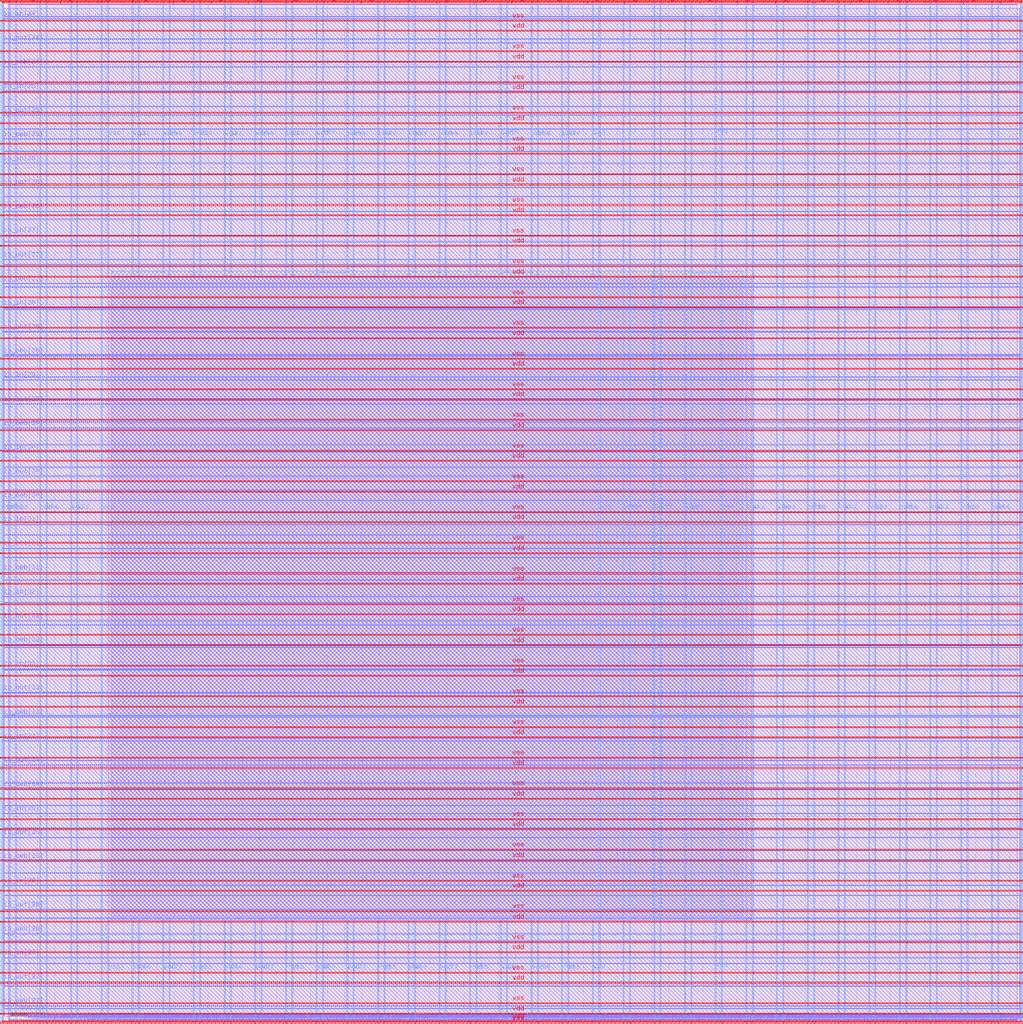
<source format=lef>
VERSION 5.7 ;
  NOWIREEXTENSIONATPIN ON ;
  DIVIDERCHAR "/" ;
  BUSBITCHARS "[]" ;
MACRO user_project_wrapper
  CLASS BLOCK ;
  FOREIGN user_project_wrapper ;
  ORIGIN 0.000 0.000 ;
  SIZE 2980.200 BY 2980.200 ;
  PIN io_in[0]
    DIRECTION INPUT ;
    USE SIGNAL ;
    PORT
      LAYER Metal3 ;
        RECT 2977.800 35.560 2985.000 36.680 ;
    END
  END io_in[0]
  PIN io_in[10]
    DIRECTION INPUT ;
    USE SIGNAL ;
    PORT
      LAYER Metal3 ;
        RECT 2977.800 2017.960 2985.000 2019.080 ;
    END
  END io_in[10]
  PIN io_in[11]
    DIRECTION INPUT ;
    USE SIGNAL ;
    PORT
      LAYER Metal3 ;
        RECT 2977.800 2216.200 2985.000 2217.320 ;
    END
  END io_in[11]
  PIN io_in[12]
    DIRECTION INPUT ;
    USE SIGNAL ;
    PORT
      LAYER Metal3 ;
        RECT 2977.800 2414.440 2985.000 2415.560 ;
    END
  END io_in[12]
  PIN io_in[13]
    DIRECTION INPUT ;
    USE SIGNAL ;
    PORT
      LAYER Metal3 ;
        RECT 2977.800 2612.680 2985.000 2613.800 ;
    END
  END io_in[13]
  PIN io_in[14]
    DIRECTION INPUT ;
    USE SIGNAL ;
    PORT
      LAYER Metal3 ;
        RECT 2977.800 2810.920 2985.000 2812.040 ;
    END
  END io_in[14]
  PIN io_in[15]
    DIRECTION INPUT ;
    USE SIGNAL ;
    PORT
      LAYER Metal2 ;
        RECT 2923.480 2977.800 2924.600 2985.000 ;
    END
  END io_in[15]
  PIN io_in[16]
    DIRECTION INPUT ;
    USE SIGNAL ;
    PORT
      LAYER Metal2 ;
        RECT 2592.520 2977.800 2593.640 2985.000 ;
    END
  END io_in[16]
  PIN io_in[17]
    DIRECTION INPUT ;
    USE SIGNAL ;
    PORT
      LAYER Metal2 ;
        RECT 2261.560 2977.800 2262.680 2985.000 ;
    END
  END io_in[17]
  PIN io_in[18]
    DIRECTION INPUT ;
    USE SIGNAL ;
    PORT
      LAYER Metal2 ;
        RECT 1930.600 2977.800 1931.720 2985.000 ;
    END
  END io_in[18]
  PIN io_in[19]
    DIRECTION INPUT ;
    USE SIGNAL ;
    PORT
      LAYER Metal2 ;
        RECT 1599.640 2977.800 1600.760 2985.000 ;
    END
  END io_in[19]
  PIN io_in[1]
    DIRECTION INPUT ;
    USE SIGNAL ;
    PORT
      LAYER Metal3 ;
        RECT 2977.800 233.800 2985.000 234.920 ;
    END
  END io_in[1]
  PIN io_in[20]
    DIRECTION INPUT ;
    USE SIGNAL ;
    PORT
      LAYER Metal2 ;
        RECT 1268.680 2977.800 1269.800 2985.000 ;
    END
  END io_in[20]
  PIN io_in[21]
    DIRECTION INPUT ;
    USE SIGNAL ;
    PORT
      LAYER Metal2 ;
        RECT 937.720 2977.800 938.840 2985.000 ;
    END
  END io_in[21]
  PIN io_in[22]
    DIRECTION INPUT ;
    USE SIGNAL ;
    PORT
      LAYER Metal2 ;
        RECT 606.760 2977.800 607.880 2985.000 ;
    END
  END io_in[22]
  PIN io_in[23]
    DIRECTION INPUT ;
    USE SIGNAL ;
    PORT
      LAYER Metal2 ;
        RECT 275.800 2977.800 276.920 2985.000 ;
    END
  END io_in[23]
  PIN io_in[24]
    DIRECTION INPUT ;
    USE SIGNAL ;
    PORT
      LAYER Metal3 ;
        RECT -4.800 2935.800 2.400 2936.920 ;
    END
  END io_in[24]
  PIN io_in[25]
    DIRECTION INPUT ;
    USE SIGNAL ;
    PORT
      LAYER Metal3 ;
        RECT -4.800 2724.120 2.400 2725.240 ;
    END
  END io_in[25]
  PIN io_in[26]
    DIRECTION INPUT ;
    USE SIGNAL ;
    PORT
      LAYER Metal3 ;
        RECT -4.800 2512.440 2.400 2513.560 ;
    END
  END io_in[26]
  PIN io_in[27]
    DIRECTION INPUT ;
    USE SIGNAL ;
    PORT
      LAYER Metal3 ;
        RECT -4.800 2300.760 2.400 2301.880 ;
    END
  END io_in[27]
  PIN io_in[28]
    DIRECTION INPUT ;
    USE SIGNAL ;
    PORT
      LAYER Metal3 ;
        RECT -4.800 2089.080 2.400 2090.200 ;
    END
  END io_in[28]
  PIN io_in[29]
    DIRECTION INPUT ;
    USE SIGNAL ;
    PORT
      LAYER Metal3 ;
        RECT -4.800 1877.400 2.400 1878.520 ;
    END
  END io_in[29]
  PIN io_in[2]
    DIRECTION INPUT ;
    USE SIGNAL ;
    PORT
      LAYER Metal3 ;
        RECT 2977.800 432.040 2985.000 433.160 ;
    END
  END io_in[2]
  PIN io_in[30]
    DIRECTION INPUT ;
    USE SIGNAL ;
    PORT
      LAYER Metal3 ;
        RECT -4.800 1665.720 2.400 1666.840 ;
    END
  END io_in[30]
  PIN io_in[31]
    DIRECTION INPUT ;
    USE SIGNAL ;
    PORT
      LAYER Metal3 ;
        RECT -4.800 1454.040 2.400 1455.160 ;
    END
  END io_in[31]
  PIN io_in[32]
    DIRECTION INPUT ;
    USE SIGNAL ;
    PORT
      LAYER Metal3 ;
        RECT -4.800 1242.360 2.400 1243.480 ;
    END
  END io_in[32]
  PIN io_in[33]
    DIRECTION INPUT ;
    USE SIGNAL ;
    PORT
      LAYER Metal3 ;
        RECT -4.800 1030.680 2.400 1031.800 ;
    END
  END io_in[33]
  PIN io_in[34]
    DIRECTION INPUT ;
    USE SIGNAL ;
    PORT
      LAYER Metal3 ;
        RECT -4.800 819.000 2.400 820.120 ;
    END
  END io_in[34]
  PIN io_in[35]
    DIRECTION INPUT ;
    USE SIGNAL ;
    PORT
      LAYER Metal3 ;
        RECT -4.800 607.320 2.400 608.440 ;
    END
  END io_in[35]
  PIN io_in[36]
    DIRECTION INPUT ;
    USE SIGNAL ;
    PORT
      LAYER Metal3 ;
        RECT -4.800 395.640 2.400 396.760 ;
    END
  END io_in[36]
  PIN io_in[37]
    DIRECTION INPUT ;
    USE SIGNAL ;
    PORT
      LAYER Metal3 ;
        RECT -4.800 183.960 2.400 185.080 ;
    END
  END io_in[37]
  PIN io_in[3]
    DIRECTION INPUT ;
    USE SIGNAL ;
    PORT
      LAYER Metal3 ;
        RECT 2977.800 630.280 2985.000 631.400 ;
    END
  END io_in[3]
  PIN io_in[4]
    DIRECTION INPUT ;
    USE SIGNAL ;
    PORT
      LAYER Metal3 ;
        RECT 2977.800 828.520 2985.000 829.640 ;
    END
  END io_in[4]
  PIN io_in[5]
    DIRECTION INPUT ;
    USE SIGNAL ;
    PORT
      LAYER Metal3 ;
        RECT 2977.800 1026.760 2985.000 1027.880 ;
    END
  END io_in[5]
  PIN io_in[6]
    DIRECTION INPUT ;
    USE SIGNAL ;
    PORT
      LAYER Metal3 ;
        RECT 2977.800 1225.000 2985.000 1226.120 ;
    END
  END io_in[6]
  PIN io_in[7]
    DIRECTION INPUT ;
    USE SIGNAL ;
    PORT
      LAYER Metal3 ;
        RECT 2977.800 1423.240 2985.000 1424.360 ;
    END
  END io_in[7]
  PIN io_in[8]
    DIRECTION INPUT ;
    USE SIGNAL ;
    PORT
      LAYER Metal3 ;
        RECT 2977.800 1621.480 2985.000 1622.600 ;
    END
  END io_in[8]
  PIN io_in[9]
    DIRECTION INPUT ;
    USE SIGNAL ;
    PORT
      LAYER Metal3 ;
        RECT 2977.800 1819.720 2985.000 1820.840 ;
    END
  END io_in[9]
  PIN io_oeb[0]
    DIRECTION OUTPUT TRISTATE ;
    USE SIGNAL ;
    PORT
      LAYER Metal3 ;
        RECT 2977.800 167.720 2985.000 168.840 ;
    END
  END io_oeb[0]
  PIN io_oeb[10]
    DIRECTION OUTPUT TRISTATE ;
    USE SIGNAL ;
    PORT
      LAYER Metal3 ;
        RECT 2977.800 2150.120 2985.000 2151.240 ;
    END
  END io_oeb[10]
  PIN io_oeb[11]
    DIRECTION OUTPUT TRISTATE ;
    USE SIGNAL ;
    PORT
      LAYER Metal3 ;
        RECT 2977.800 2348.360 2985.000 2349.480 ;
    END
  END io_oeb[11]
  PIN io_oeb[12]
    DIRECTION OUTPUT TRISTATE ;
    USE SIGNAL ;
    PORT
      LAYER Metal3 ;
        RECT 2977.800 2546.600 2985.000 2547.720 ;
    END
  END io_oeb[12]
  PIN io_oeb[13]
    DIRECTION OUTPUT TRISTATE ;
    USE SIGNAL ;
    PORT
      LAYER Metal3 ;
        RECT 2977.800 2744.840 2985.000 2745.960 ;
    END
  END io_oeb[13]
  PIN io_oeb[14]
    DIRECTION OUTPUT TRISTATE ;
    USE SIGNAL ;
    PORT
      LAYER Metal3 ;
        RECT 2977.800 2943.080 2985.000 2944.200 ;
    END
  END io_oeb[14]
  PIN io_oeb[15]
    DIRECTION OUTPUT TRISTATE ;
    USE SIGNAL ;
    PORT
      LAYER Metal2 ;
        RECT 2702.840 2977.800 2703.960 2985.000 ;
    END
  END io_oeb[15]
  PIN io_oeb[16]
    DIRECTION OUTPUT TRISTATE ;
    USE SIGNAL ;
    PORT
      LAYER Metal2 ;
        RECT 2371.880 2977.800 2373.000 2985.000 ;
    END
  END io_oeb[16]
  PIN io_oeb[17]
    DIRECTION OUTPUT TRISTATE ;
    USE SIGNAL ;
    PORT
      LAYER Metal2 ;
        RECT 2040.920 2977.800 2042.040 2985.000 ;
    END
  END io_oeb[17]
  PIN io_oeb[18]
    DIRECTION OUTPUT TRISTATE ;
    USE SIGNAL ;
    PORT
      LAYER Metal2 ;
        RECT 1709.960 2977.800 1711.080 2985.000 ;
    END
  END io_oeb[18]
  PIN io_oeb[19]
    DIRECTION OUTPUT TRISTATE ;
    USE SIGNAL ;
    PORT
      LAYER Metal2 ;
        RECT 1379.000 2977.800 1380.120 2985.000 ;
    END
  END io_oeb[19]
  PIN io_oeb[1]
    DIRECTION OUTPUT TRISTATE ;
    USE SIGNAL ;
    PORT
      LAYER Metal3 ;
        RECT 2977.800 365.960 2985.000 367.080 ;
    END
  END io_oeb[1]
  PIN io_oeb[20]
    DIRECTION OUTPUT TRISTATE ;
    USE SIGNAL ;
    PORT
      LAYER Metal2 ;
        RECT 1048.040 2977.800 1049.160 2985.000 ;
    END
  END io_oeb[20]
  PIN io_oeb[21]
    DIRECTION OUTPUT TRISTATE ;
    USE SIGNAL ;
    PORT
      LAYER Metal2 ;
        RECT 717.080 2977.800 718.200 2985.000 ;
    END
  END io_oeb[21]
  PIN io_oeb[22]
    DIRECTION OUTPUT TRISTATE ;
    USE SIGNAL ;
    PORT
      LAYER Metal2 ;
        RECT 386.120 2977.800 387.240 2985.000 ;
    END
  END io_oeb[22]
  PIN io_oeb[23]
    DIRECTION OUTPUT TRISTATE ;
    USE SIGNAL ;
    PORT
      LAYER Metal2 ;
        RECT 55.160 2977.800 56.280 2985.000 ;
    END
  END io_oeb[23]
  PIN io_oeb[24]
    DIRECTION OUTPUT TRISTATE ;
    USE SIGNAL ;
    PORT
      LAYER Metal3 ;
        RECT -4.800 2794.680 2.400 2795.800 ;
    END
  END io_oeb[24]
  PIN io_oeb[25]
    DIRECTION OUTPUT TRISTATE ;
    USE SIGNAL ;
    PORT
      LAYER Metal3 ;
        RECT -4.800 2583.000 2.400 2584.120 ;
    END
  END io_oeb[25]
  PIN io_oeb[26]
    DIRECTION OUTPUT TRISTATE ;
    USE SIGNAL ;
    PORT
      LAYER Metal3 ;
        RECT -4.800 2371.320 2.400 2372.440 ;
    END
  END io_oeb[26]
  PIN io_oeb[27]
    DIRECTION OUTPUT TRISTATE ;
    USE SIGNAL ;
    PORT
      LAYER Metal3 ;
        RECT -4.800 2159.640 2.400 2160.760 ;
    END
  END io_oeb[27]
  PIN io_oeb[28]
    DIRECTION OUTPUT TRISTATE ;
    USE SIGNAL ;
    PORT
      LAYER Metal3 ;
        RECT -4.800 1947.960 2.400 1949.080 ;
    END
  END io_oeb[28]
  PIN io_oeb[29]
    DIRECTION OUTPUT TRISTATE ;
    USE SIGNAL ;
    PORT
      LAYER Metal3 ;
        RECT -4.800 1736.280 2.400 1737.400 ;
    END
  END io_oeb[29]
  PIN io_oeb[2]
    DIRECTION OUTPUT TRISTATE ;
    USE SIGNAL ;
    PORT
      LAYER Metal3 ;
        RECT 2977.800 564.200 2985.000 565.320 ;
    END
  END io_oeb[2]
  PIN io_oeb[30]
    DIRECTION OUTPUT TRISTATE ;
    USE SIGNAL ;
    PORT
      LAYER Metal3 ;
        RECT -4.800 1524.600 2.400 1525.720 ;
    END
  END io_oeb[30]
  PIN io_oeb[31]
    DIRECTION OUTPUT TRISTATE ;
    USE SIGNAL ;
    PORT
      LAYER Metal3 ;
        RECT -4.800 1312.920 2.400 1314.040 ;
    END
  END io_oeb[31]
  PIN io_oeb[32]
    DIRECTION OUTPUT TRISTATE ;
    USE SIGNAL ;
    PORT
      LAYER Metal3 ;
        RECT -4.800 1101.240 2.400 1102.360 ;
    END
  END io_oeb[32]
  PIN io_oeb[33]
    DIRECTION OUTPUT TRISTATE ;
    USE SIGNAL ;
    PORT
      LAYER Metal3 ;
        RECT -4.800 889.560 2.400 890.680 ;
    END
  END io_oeb[33]
  PIN io_oeb[34]
    DIRECTION OUTPUT TRISTATE ;
    USE SIGNAL ;
    PORT
      LAYER Metal3 ;
        RECT -4.800 677.880 2.400 679.000 ;
    END
  END io_oeb[34]
  PIN io_oeb[35]
    DIRECTION OUTPUT TRISTATE ;
    USE SIGNAL ;
    PORT
      LAYER Metal3 ;
        RECT -4.800 466.200 2.400 467.320 ;
    END
  END io_oeb[35]
  PIN io_oeb[36]
    DIRECTION OUTPUT TRISTATE ;
    USE SIGNAL ;
    PORT
      LAYER Metal3 ;
        RECT -4.800 254.520 2.400 255.640 ;
    END
  END io_oeb[36]
  PIN io_oeb[37]
    DIRECTION OUTPUT TRISTATE ;
    USE SIGNAL ;
    PORT
      LAYER Metal3 ;
        RECT -4.800 42.840 2.400 43.960 ;
    END
  END io_oeb[37]
  PIN io_oeb[3]
    DIRECTION OUTPUT TRISTATE ;
    USE SIGNAL ;
    PORT
      LAYER Metal3 ;
        RECT 2977.800 762.440 2985.000 763.560 ;
    END
  END io_oeb[3]
  PIN io_oeb[4]
    DIRECTION OUTPUT TRISTATE ;
    USE SIGNAL ;
    PORT
      LAYER Metal3 ;
        RECT 2977.800 960.680 2985.000 961.800 ;
    END
  END io_oeb[4]
  PIN io_oeb[5]
    DIRECTION OUTPUT TRISTATE ;
    USE SIGNAL ;
    PORT
      LAYER Metal3 ;
        RECT 2977.800 1158.920 2985.000 1160.040 ;
    END
  END io_oeb[5]
  PIN io_oeb[6]
    DIRECTION OUTPUT TRISTATE ;
    USE SIGNAL ;
    PORT
      LAYER Metal3 ;
        RECT 2977.800 1357.160 2985.000 1358.280 ;
    END
  END io_oeb[6]
  PIN io_oeb[7]
    DIRECTION OUTPUT TRISTATE ;
    USE SIGNAL ;
    PORT
      LAYER Metal3 ;
        RECT 2977.800 1555.400 2985.000 1556.520 ;
    END
  END io_oeb[7]
  PIN io_oeb[8]
    DIRECTION OUTPUT TRISTATE ;
    USE SIGNAL ;
    PORT
      LAYER Metal3 ;
        RECT 2977.800 1753.640 2985.000 1754.760 ;
    END
  END io_oeb[8]
  PIN io_oeb[9]
    DIRECTION OUTPUT TRISTATE ;
    USE SIGNAL ;
    PORT
      LAYER Metal3 ;
        RECT 2977.800 1951.880 2985.000 1953.000 ;
    END
  END io_oeb[9]
  PIN io_out[0]
    DIRECTION OUTPUT TRISTATE ;
    USE SIGNAL ;
    PORT
      LAYER Metal3 ;
        RECT 2977.800 101.640 2985.000 102.760 ;
    END
  END io_out[0]
  PIN io_out[10]
    DIRECTION OUTPUT TRISTATE ;
    USE SIGNAL ;
    PORT
      LAYER Metal3 ;
        RECT 2977.800 2084.040 2985.000 2085.160 ;
    END
  END io_out[10]
  PIN io_out[11]
    DIRECTION OUTPUT TRISTATE ;
    USE SIGNAL ;
    PORT
      LAYER Metal3 ;
        RECT 2977.800 2282.280 2985.000 2283.400 ;
    END
  END io_out[11]
  PIN io_out[12]
    DIRECTION OUTPUT TRISTATE ;
    USE SIGNAL ;
    PORT
      LAYER Metal3 ;
        RECT 2977.800 2480.520 2985.000 2481.640 ;
    END
  END io_out[12]
  PIN io_out[13]
    DIRECTION OUTPUT TRISTATE ;
    USE SIGNAL ;
    PORT
      LAYER Metal3 ;
        RECT 2977.800 2678.760 2985.000 2679.880 ;
    END
  END io_out[13]
  PIN io_out[14]
    DIRECTION OUTPUT TRISTATE ;
    USE SIGNAL ;
    PORT
      LAYER Metal3 ;
        RECT 2977.800 2877.000 2985.000 2878.120 ;
    END
  END io_out[14]
  PIN io_out[15]
    DIRECTION OUTPUT TRISTATE ;
    USE SIGNAL ;
    PORT
      LAYER Metal2 ;
        RECT 2813.160 2977.800 2814.280 2985.000 ;
    END
  END io_out[15]
  PIN io_out[16]
    DIRECTION OUTPUT TRISTATE ;
    USE SIGNAL ;
    PORT
      LAYER Metal2 ;
        RECT 2482.200 2977.800 2483.320 2985.000 ;
    END
  END io_out[16]
  PIN io_out[17]
    DIRECTION OUTPUT TRISTATE ;
    USE SIGNAL ;
    PORT
      LAYER Metal2 ;
        RECT 2151.240 2977.800 2152.360 2985.000 ;
    END
  END io_out[17]
  PIN io_out[18]
    DIRECTION OUTPUT TRISTATE ;
    USE SIGNAL ;
    PORT
      LAYER Metal2 ;
        RECT 1820.280 2977.800 1821.400 2985.000 ;
    END
  END io_out[18]
  PIN io_out[19]
    DIRECTION OUTPUT TRISTATE ;
    USE SIGNAL ;
    PORT
      LAYER Metal2 ;
        RECT 1489.320 2977.800 1490.440 2985.000 ;
    END
  END io_out[19]
  PIN io_out[1]
    DIRECTION OUTPUT TRISTATE ;
    USE SIGNAL ;
    PORT
      LAYER Metal3 ;
        RECT 2977.800 299.880 2985.000 301.000 ;
    END
  END io_out[1]
  PIN io_out[20]
    DIRECTION OUTPUT TRISTATE ;
    USE SIGNAL ;
    PORT
      LAYER Metal2 ;
        RECT 1158.360 2977.800 1159.480 2985.000 ;
    END
  END io_out[20]
  PIN io_out[21]
    DIRECTION OUTPUT TRISTATE ;
    USE SIGNAL ;
    PORT
      LAYER Metal2 ;
        RECT 827.400 2977.800 828.520 2985.000 ;
    END
  END io_out[21]
  PIN io_out[22]
    DIRECTION OUTPUT TRISTATE ;
    USE SIGNAL ;
    PORT
      LAYER Metal2 ;
        RECT 496.440 2977.800 497.560 2985.000 ;
    END
  END io_out[22]
  PIN io_out[23]
    DIRECTION OUTPUT TRISTATE ;
    USE SIGNAL ;
    PORT
      LAYER Metal2 ;
        RECT 165.480 2977.800 166.600 2985.000 ;
    END
  END io_out[23]
  PIN io_out[24]
    DIRECTION OUTPUT TRISTATE ;
    USE SIGNAL ;
    PORT
      LAYER Metal3 ;
        RECT -4.800 2865.240 2.400 2866.360 ;
    END
  END io_out[24]
  PIN io_out[25]
    DIRECTION OUTPUT TRISTATE ;
    USE SIGNAL ;
    PORT
      LAYER Metal3 ;
        RECT -4.800 2653.560 2.400 2654.680 ;
    END
  END io_out[25]
  PIN io_out[26]
    DIRECTION OUTPUT TRISTATE ;
    USE SIGNAL ;
    PORT
      LAYER Metal3 ;
        RECT -4.800 2441.880 2.400 2443.000 ;
    END
  END io_out[26]
  PIN io_out[27]
    DIRECTION OUTPUT TRISTATE ;
    USE SIGNAL ;
    PORT
      LAYER Metal3 ;
        RECT -4.800 2230.200 2.400 2231.320 ;
    END
  END io_out[27]
  PIN io_out[28]
    DIRECTION OUTPUT TRISTATE ;
    USE SIGNAL ;
    PORT
      LAYER Metal3 ;
        RECT -4.800 2018.520 2.400 2019.640 ;
    END
  END io_out[28]
  PIN io_out[29]
    DIRECTION OUTPUT TRISTATE ;
    USE SIGNAL ;
    PORT
      LAYER Metal3 ;
        RECT -4.800 1806.840 2.400 1807.960 ;
    END
  END io_out[29]
  PIN io_out[2]
    DIRECTION OUTPUT TRISTATE ;
    USE SIGNAL ;
    PORT
      LAYER Metal3 ;
        RECT 2977.800 498.120 2985.000 499.240 ;
    END
  END io_out[2]
  PIN io_out[30]
    DIRECTION OUTPUT TRISTATE ;
    USE SIGNAL ;
    PORT
      LAYER Metal3 ;
        RECT -4.800 1595.160 2.400 1596.280 ;
    END
  END io_out[30]
  PIN io_out[31]
    DIRECTION OUTPUT TRISTATE ;
    USE SIGNAL ;
    PORT
      LAYER Metal3 ;
        RECT -4.800 1383.480 2.400 1384.600 ;
    END
  END io_out[31]
  PIN io_out[32]
    DIRECTION OUTPUT TRISTATE ;
    USE SIGNAL ;
    PORT
      LAYER Metal3 ;
        RECT -4.800 1171.800 2.400 1172.920 ;
    END
  END io_out[32]
  PIN io_out[33]
    DIRECTION OUTPUT TRISTATE ;
    USE SIGNAL ;
    PORT
      LAYER Metal3 ;
        RECT -4.800 960.120 2.400 961.240 ;
    END
  END io_out[33]
  PIN io_out[34]
    DIRECTION OUTPUT TRISTATE ;
    USE SIGNAL ;
    PORT
      LAYER Metal3 ;
        RECT -4.800 748.440 2.400 749.560 ;
    END
  END io_out[34]
  PIN io_out[35]
    DIRECTION OUTPUT TRISTATE ;
    USE SIGNAL ;
    PORT
      LAYER Metal3 ;
        RECT -4.800 536.760 2.400 537.880 ;
    END
  END io_out[35]
  PIN io_out[36]
    DIRECTION OUTPUT TRISTATE ;
    USE SIGNAL ;
    PORT
      LAYER Metal3 ;
        RECT -4.800 325.080 2.400 326.200 ;
    END
  END io_out[36]
  PIN io_out[37]
    DIRECTION OUTPUT TRISTATE ;
    USE SIGNAL ;
    PORT
      LAYER Metal3 ;
        RECT -4.800 113.400 2.400 114.520 ;
    END
  END io_out[37]
  PIN io_out[3]
    DIRECTION OUTPUT TRISTATE ;
    USE SIGNAL ;
    PORT
      LAYER Metal3 ;
        RECT 2977.800 696.360 2985.000 697.480 ;
    END
  END io_out[3]
  PIN io_out[4]
    DIRECTION OUTPUT TRISTATE ;
    USE SIGNAL ;
    PORT
      LAYER Metal3 ;
        RECT 2977.800 894.600 2985.000 895.720 ;
    END
  END io_out[4]
  PIN io_out[5]
    DIRECTION OUTPUT TRISTATE ;
    USE SIGNAL ;
    PORT
      LAYER Metal3 ;
        RECT 2977.800 1092.840 2985.000 1093.960 ;
    END
  END io_out[5]
  PIN io_out[6]
    DIRECTION OUTPUT TRISTATE ;
    USE SIGNAL ;
    PORT
      LAYER Metal3 ;
        RECT 2977.800 1291.080 2985.000 1292.200 ;
    END
  END io_out[6]
  PIN io_out[7]
    DIRECTION OUTPUT TRISTATE ;
    USE SIGNAL ;
    PORT
      LAYER Metal3 ;
        RECT 2977.800 1489.320 2985.000 1490.440 ;
    END
  END io_out[7]
  PIN io_out[8]
    DIRECTION OUTPUT TRISTATE ;
    USE SIGNAL ;
    PORT
      LAYER Metal3 ;
        RECT 2977.800 1687.560 2985.000 1688.680 ;
    END
  END io_out[8]
  PIN io_out[9]
    DIRECTION OUTPUT TRISTATE ;
    USE SIGNAL ;
    PORT
      LAYER Metal3 ;
        RECT 2977.800 1885.800 2985.000 1886.920 ;
    END
  END io_out[9]
  PIN la_data_in[0]
    DIRECTION INPUT ;
    USE SIGNAL ;
    PORT
      LAYER Metal2 ;
        RECT 1065.960 -4.800 1067.080 2.400 ;
    END
  END la_data_in[0]
  PIN la_data_in[10]
    DIRECTION INPUT ;
    USE SIGNAL ;
    PORT
      LAYER Metal2 ;
        RECT 1351.560 -4.800 1352.680 2.400 ;
    END
  END la_data_in[10]
  PIN la_data_in[11]
    DIRECTION INPUT ;
    USE SIGNAL ;
    PORT
      LAYER Metal2 ;
        RECT 1380.120 -4.800 1381.240 2.400 ;
    END
  END la_data_in[11]
  PIN la_data_in[12]
    DIRECTION INPUT ;
    USE SIGNAL ;
    PORT
      LAYER Metal2 ;
        RECT 1408.680 -4.800 1409.800 2.400 ;
    END
  END la_data_in[12]
  PIN la_data_in[13]
    DIRECTION INPUT ;
    USE SIGNAL ;
    PORT
      LAYER Metal2 ;
        RECT 1437.240 -4.800 1438.360 2.400 ;
    END
  END la_data_in[13]
  PIN la_data_in[14]
    DIRECTION INPUT ;
    USE SIGNAL ;
    PORT
      LAYER Metal2 ;
        RECT 1465.800 -4.800 1466.920 2.400 ;
    END
  END la_data_in[14]
  PIN la_data_in[15]
    DIRECTION INPUT ;
    USE SIGNAL ;
    PORT
      LAYER Metal2 ;
        RECT 1494.360 -4.800 1495.480 2.400 ;
    END
  END la_data_in[15]
  PIN la_data_in[16]
    DIRECTION INPUT ;
    USE SIGNAL ;
    PORT
      LAYER Metal2 ;
        RECT 1522.920 -4.800 1524.040 2.400 ;
    END
  END la_data_in[16]
  PIN la_data_in[17]
    DIRECTION INPUT ;
    USE SIGNAL ;
    PORT
      LAYER Metal2 ;
        RECT 1551.480 -4.800 1552.600 2.400 ;
    END
  END la_data_in[17]
  PIN la_data_in[18]
    DIRECTION INPUT ;
    USE SIGNAL ;
    PORT
      LAYER Metal2 ;
        RECT 1580.040 -4.800 1581.160 2.400 ;
    END
  END la_data_in[18]
  PIN la_data_in[19]
    DIRECTION INPUT ;
    USE SIGNAL ;
    PORT
      LAYER Metal2 ;
        RECT 1608.600 -4.800 1609.720 2.400 ;
    END
  END la_data_in[19]
  PIN la_data_in[1]
    DIRECTION INPUT ;
    USE SIGNAL ;
    PORT
      LAYER Metal2 ;
        RECT 1094.520 -4.800 1095.640 2.400 ;
    END
  END la_data_in[1]
  PIN la_data_in[20]
    DIRECTION INPUT ;
    USE SIGNAL ;
    PORT
      LAYER Metal2 ;
        RECT 1637.160 -4.800 1638.280 2.400 ;
    END
  END la_data_in[20]
  PIN la_data_in[21]
    DIRECTION INPUT ;
    USE SIGNAL ;
    PORT
      LAYER Metal2 ;
        RECT 1665.720 -4.800 1666.840 2.400 ;
    END
  END la_data_in[21]
  PIN la_data_in[22]
    DIRECTION INPUT ;
    USE SIGNAL ;
    PORT
      LAYER Metal2 ;
        RECT 1694.280 -4.800 1695.400 2.400 ;
    END
  END la_data_in[22]
  PIN la_data_in[23]
    DIRECTION INPUT ;
    USE SIGNAL ;
    PORT
      LAYER Metal2 ;
        RECT 1722.840 -4.800 1723.960 2.400 ;
    END
  END la_data_in[23]
  PIN la_data_in[24]
    DIRECTION INPUT ;
    USE SIGNAL ;
    PORT
      LAYER Metal2 ;
        RECT 1751.400 -4.800 1752.520 2.400 ;
    END
  END la_data_in[24]
  PIN la_data_in[25]
    DIRECTION INPUT ;
    USE SIGNAL ;
    PORT
      LAYER Metal2 ;
        RECT 1779.960 -4.800 1781.080 2.400 ;
    END
  END la_data_in[25]
  PIN la_data_in[26]
    DIRECTION INPUT ;
    USE SIGNAL ;
    PORT
      LAYER Metal2 ;
        RECT 1808.520 -4.800 1809.640 2.400 ;
    END
  END la_data_in[26]
  PIN la_data_in[27]
    DIRECTION INPUT ;
    USE SIGNAL ;
    PORT
      LAYER Metal2 ;
        RECT 1837.080 -4.800 1838.200 2.400 ;
    END
  END la_data_in[27]
  PIN la_data_in[28]
    DIRECTION INPUT ;
    USE SIGNAL ;
    PORT
      LAYER Metal2 ;
        RECT 1865.640 -4.800 1866.760 2.400 ;
    END
  END la_data_in[28]
  PIN la_data_in[29]
    DIRECTION INPUT ;
    USE SIGNAL ;
    PORT
      LAYER Metal2 ;
        RECT 1894.200 -4.800 1895.320 2.400 ;
    END
  END la_data_in[29]
  PIN la_data_in[2]
    DIRECTION INPUT ;
    USE SIGNAL ;
    PORT
      LAYER Metal2 ;
        RECT 1123.080 -4.800 1124.200 2.400 ;
    END
  END la_data_in[2]
  PIN la_data_in[30]
    DIRECTION INPUT ;
    USE SIGNAL ;
    PORT
      LAYER Metal2 ;
        RECT 1922.760 -4.800 1923.880 2.400 ;
    END
  END la_data_in[30]
  PIN la_data_in[31]
    DIRECTION INPUT ;
    USE SIGNAL ;
    PORT
      LAYER Metal2 ;
        RECT 1951.320 -4.800 1952.440 2.400 ;
    END
  END la_data_in[31]
  PIN la_data_in[32]
    DIRECTION INPUT ;
    USE SIGNAL ;
    PORT
      LAYER Metal2 ;
        RECT 1979.880 -4.800 1981.000 2.400 ;
    END
  END la_data_in[32]
  PIN la_data_in[33]
    DIRECTION INPUT ;
    USE SIGNAL ;
    PORT
      LAYER Metal2 ;
        RECT 2008.440 -4.800 2009.560 2.400 ;
    END
  END la_data_in[33]
  PIN la_data_in[34]
    DIRECTION INPUT ;
    USE SIGNAL ;
    PORT
      LAYER Metal2 ;
        RECT 2037.000 -4.800 2038.120 2.400 ;
    END
  END la_data_in[34]
  PIN la_data_in[35]
    DIRECTION INPUT ;
    USE SIGNAL ;
    PORT
      LAYER Metal2 ;
        RECT 2065.560 -4.800 2066.680 2.400 ;
    END
  END la_data_in[35]
  PIN la_data_in[36]
    DIRECTION INPUT ;
    USE SIGNAL ;
    PORT
      LAYER Metal2 ;
        RECT 2094.120 -4.800 2095.240 2.400 ;
    END
  END la_data_in[36]
  PIN la_data_in[37]
    DIRECTION INPUT ;
    USE SIGNAL ;
    PORT
      LAYER Metal2 ;
        RECT 2122.680 -4.800 2123.800 2.400 ;
    END
  END la_data_in[37]
  PIN la_data_in[38]
    DIRECTION INPUT ;
    USE SIGNAL ;
    PORT
      LAYER Metal2 ;
        RECT 2151.240 -4.800 2152.360 2.400 ;
    END
  END la_data_in[38]
  PIN la_data_in[39]
    DIRECTION INPUT ;
    USE SIGNAL ;
    PORT
      LAYER Metal2 ;
        RECT 2179.800 -4.800 2180.920 2.400 ;
    END
  END la_data_in[39]
  PIN la_data_in[3]
    DIRECTION INPUT ;
    USE SIGNAL ;
    PORT
      LAYER Metal2 ;
        RECT 1151.640 -4.800 1152.760 2.400 ;
    END
  END la_data_in[3]
  PIN la_data_in[40]
    DIRECTION INPUT ;
    USE SIGNAL ;
    PORT
      LAYER Metal2 ;
        RECT 2208.360 -4.800 2209.480 2.400 ;
    END
  END la_data_in[40]
  PIN la_data_in[41]
    DIRECTION INPUT ;
    USE SIGNAL ;
    PORT
      LAYER Metal2 ;
        RECT 2236.920 -4.800 2238.040 2.400 ;
    END
  END la_data_in[41]
  PIN la_data_in[42]
    DIRECTION INPUT ;
    USE SIGNAL ;
    PORT
      LAYER Metal2 ;
        RECT 2265.480 -4.800 2266.600 2.400 ;
    END
  END la_data_in[42]
  PIN la_data_in[43]
    DIRECTION INPUT ;
    USE SIGNAL ;
    PORT
      LAYER Metal2 ;
        RECT 2294.040 -4.800 2295.160 2.400 ;
    END
  END la_data_in[43]
  PIN la_data_in[44]
    DIRECTION INPUT ;
    USE SIGNAL ;
    PORT
      LAYER Metal2 ;
        RECT 2322.600 -4.800 2323.720 2.400 ;
    END
  END la_data_in[44]
  PIN la_data_in[45]
    DIRECTION INPUT ;
    USE SIGNAL ;
    PORT
      LAYER Metal2 ;
        RECT 2351.160 -4.800 2352.280 2.400 ;
    END
  END la_data_in[45]
  PIN la_data_in[46]
    DIRECTION INPUT ;
    USE SIGNAL ;
    PORT
      LAYER Metal2 ;
        RECT 2379.720 -4.800 2380.840 2.400 ;
    END
  END la_data_in[46]
  PIN la_data_in[47]
    DIRECTION INPUT ;
    USE SIGNAL ;
    PORT
      LAYER Metal2 ;
        RECT 2408.280 -4.800 2409.400 2.400 ;
    END
  END la_data_in[47]
  PIN la_data_in[48]
    DIRECTION INPUT ;
    USE SIGNAL ;
    PORT
      LAYER Metal2 ;
        RECT 2436.840 -4.800 2437.960 2.400 ;
    END
  END la_data_in[48]
  PIN la_data_in[49]
    DIRECTION INPUT ;
    USE SIGNAL ;
    PORT
      LAYER Metal2 ;
        RECT 2465.400 -4.800 2466.520 2.400 ;
    END
  END la_data_in[49]
  PIN la_data_in[4]
    DIRECTION INPUT ;
    USE SIGNAL ;
    PORT
      LAYER Metal2 ;
        RECT 1180.200 -4.800 1181.320 2.400 ;
    END
  END la_data_in[4]
  PIN la_data_in[50]
    DIRECTION INPUT ;
    USE SIGNAL ;
    PORT
      LAYER Metal2 ;
        RECT 2493.960 -4.800 2495.080 2.400 ;
    END
  END la_data_in[50]
  PIN la_data_in[51]
    DIRECTION INPUT ;
    USE SIGNAL ;
    PORT
      LAYER Metal2 ;
        RECT 2522.520 -4.800 2523.640 2.400 ;
    END
  END la_data_in[51]
  PIN la_data_in[52]
    DIRECTION INPUT ;
    USE SIGNAL ;
    PORT
      LAYER Metal2 ;
        RECT 2551.080 -4.800 2552.200 2.400 ;
    END
  END la_data_in[52]
  PIN la_data_in[53]
    DIRECTION INPUT ;
    USE SIGNAL ;
    PORT
      LAYER Metal2 ;
        RECT 2579.640 -4.800 2580.760 2.400 ;
    END
  END la_data_in[53]
  PIN la_data_in[54]
    DIRECTION INPUT ;
    USE SIGNAL ;
    PORT
      LAYER Metal2 ;
        RECT 2608.200 -4.800 2609.320 2.400 ;
    END
  END la_data_in[54]
  PIN la_data_in[55]
    DIRECTION INPUT ;
    USE SIGNAL ;
    PORT
      LAYER Metal2 ;
        RECT 2636.760 -4.800 2637.880 2.400 ;
    END
  END la_data_in[55]
  PIN la_data_in[56]
    DIRECTION INPUT ;
    USE SIGNAL ;
    PORT
      LAYER Metal2 ;
        RECT 2665.320 -4.800 2666.440 2.400 ;
    END
  END la_data_in[56]
  PIN la_data_in[57]
    DIRECTION INPUT ;
    USE SIGNAL ;
    PORT
      LAYER Metal2 ;
        RECT 2693.880 -4.800 2695.000 2.400 ;
    END
  END la_data_in[57]
  PIN la_data_in[58]
    DIRECTION INPUT ;
    USE SIGNAL ;
    PORT
      LAYER Metal2 ;
        RECT 2722.440 -4.800 2723.560 2.400 ;
    END
  END la_data_in[58]
  PIN la_data_in[59]
    DIRECTION INPUT ;
    USE SIGNAL ;
    PORT
      LAYER Metal2 ;
        RECT 2751.000 -4.800 2752.120 2.400 ;
    END
  END la_data_in[59]
  PIN la_data_in[5]
    DIRECTION INPUT ;
    USE SIGNAL ;
    PORT
      LAYER Metal2 ;
        RECT 1208.760 -4.800 1209.880 2.400 ;
    END
  END la_data_in[5]
  PIN la_data_in[60]
    DIRECTION INPUT ;
    USE SIGNAL ;
    PORT
      LAYER Metal2 ;
        RECT 2779.560 -4.800 2780.680 2.400 ;
    END
  END la_data_in[60]
  PIN la_data_in[61]
    DIRECTION INPUT ;
    USE SIGNAL ;
    PORT
      LAYER Metal2 ;
        RECT 2808.120 -4.800 2809.240 2.400 ;
    END
  END la_data_in[61]
  PIN la_data_in[62]
    DIRECTION INPUT ;
    USE SIGNAL ;
    PORT
      LAYER Metal2 ;
        RECT 2836.680 -4.800 2837.800 2.400 ;
    END
  END la_data_in[62]
  PIN la_data_in[63]
    DIRECTION INPUT ;
    USE SIGNAL ;
    PORT
      LAYER Metal2 ;
        RECT 2865.240 -4.800 2866.360 2.400 ;
    END
  END la_data_in[63]
  PIN la_data_in[6]
    DIRECTION INPUT ;
    USE SIGNAL ;
    PORT
      LAYER Metal2 ;
        RECT 1237.320 -4.800 1238.440 2.400 ;
    END
  END la_data_in[6]
  PIN la_data_in[7]
    DIRECTION INPUT ;
    USE SIGNAL ;
    PORT
      LAYER Metal2 ;
        RECT 1265.880 -4.800 1267.000 2.400 ;
    END
  END la_data_in[7]
  PIN la_data_in[8]
    DIRECTION INPUT ;
    USE SIGNAL ;
    PORT
      LAYER Metal2 ;
        RECT 1294.440 -4.800 1295.560 2.400 ;
    END
  END la_data_in[8]
  PIN la_data_in[9]
    DIRECTION INPUT ;
    USE SIGNAL ;
    PORT
      LAYER Metal2 ;
        RECT 1323.000 -4.800 1324.120 2.400 ;
    END
  END la_data_in[9]
  PIN la_data_out[0]
    DIRECTION OUTPUT TRISTATE ;
    USE SIGNAL ;
    PORT
      LAYER Metal2 ;
        RECT 1075.480 -4.800 1076.600 2.400 ;
    END
  END la_data_out[0]
  PIN la_data_out[10]
    DIRECTION OUTPUT TRISTATE ;
    USE SIGNAL ;
    PORT
      LAYER Metal2 ;
        RECT 1361.080 -4.800 1362.200 2.400 ;
    END
  END la_data_out[10]
  PIN la_data_out[11]
    DIRECTION OUTPUT TRISTATE ;
    USE SIGNAL ;
    PORT
      LAYER Metal2 ;
        RECT 1389.640 -4.800 1390.760 2.400 ;
    END
  END la_data_out[11]
  PIN la_data_out[12]
    DIRECTION OUTPUT TRISTATE ;
    USE SIGNAL ;
    PORT
      LAYER Metal2 ;
        RECT 1418.200 -4.800 1419.320 2.400 ;
    END
  END la_data_out[12]
  PIN la_data_out[13]
    DIRECTION OUTPUT TRISTATE ;
    USE SIGNAL ;
    PORT
      LAYER Metal2 ;
        RECT 1446.760 -4.800 1447.880 2.400 ;
    END
  END la_data_out[13]
  PIN la_data_out[14]
    DIRECTION OUTPUT TRISTATE ;
    USE SIGNAL ;
    PORT
      LAYER Metal2 ;
        RECT 1475.320 -4.800 1476.440 2.400 ;
    END
  END la_data_out[14]
  PIN la_data_out[15]
    DIRECTION OUTPUT TRISTATE ;
    USE SIGNAL ;
    PORT
      LAYER Metal2 ;
        RECT 1503.880 -4.800 1505.000 2.400 ;
    END
  END la_data_out[15]
  PIN la_data_out[16]
    DIRECTION OUTPUT TRISTATE ;
    USE SIGNAL ;
    PORT
      LAYER Metal2 ;
        RECT 1532.440 -4.800 1533.560 2.400 ;
    END
  END la_data_out[16]
  PIN la_data_out[17]
    DIRECTION OUTPUT TRISTATE ;
    USE SIGNAL ;
    PORT
      LAYER Metal2 ;
        RECT 1561.000 -4.800 1562.120 2.400 ;
    END
  END la_data_out[17]
  PIN la_data_out[18]
    DIRECTION OUTPUT TRISTATE ;
    USE SIGNAL ;
    PORT
      LAYER Metal2 ;
        RECT 1589.560 -4.800 1590.680 2.400 ;
    END
  END la_data_out[18]
  PIN la_data_out[19]
    DIRECTION OUTPUT TRISTATE ;
    USE SIGNAL ;
    PORT
      LAYER Metal2 ;
        RECT 1618.120 -4.800 1619.240 2.400 ;
    END
  END la_data_out[19]
  PIN la_data_out[1]
    DIRECTION OUTPUT TRISTATE ;
    USE SIGNAL ;
    PORT
      LAYER Metal2 ;
        RECT 1104.040 -4.800 1105.160 2.400 ;
    END
  END la_data_out[1]
  PIN la_data_out[20]
    DIRECTION OUTPUT TRISTATE ;
    USE SIGNAL ;
    PORT
      LAYER Metal2 ;
        RECT 1646.680 -4.800 1647.800 2.400 ;
    END
  END la_data_out[20]
  PIN la_data_out[21]
    DIRECTION OUTPUT TRISTATE ;
    USE SIGNAL ;
    PORT
      LAYER Metal2 ;
        RECT 1675.240 -4.800 1676.360 2.400 ;
    END
  END la_data_out[21]
  PIN la_data_out[22]
    DIRECTION OUTPUT TRISTATE ;
    USE SIGNAL ;
    PORT
      LAYER Metal2 ;
        RECT 1703.800 -4.800 1704.920 2.400 ;
    END
  END la_data_out[22]
  PIN la_data_out[23]
    DIRECTION OUTPUT TRISTATE ;
    USE SIGNAL ;
    PORT
      LAYER Metal2 ;
        RECT 1732.360 -4.800 1733.480 2.400 ;
    END
  END la_data_out[23]
  PIN la_data_out[24]
    DIRECTION OUTPUT TRISTATE ;
    USE SIGNAL ;
    PORT
      LAYER Metal2 ;
        RECT 1760.920 -4.800 1762.040 2.400 ;
    END
  END la_data_out[24]
  PIN la_data_out[25]
    DIRECTION OUTPUT TRISTATE ;
    USE SIGNAL ;
    PORT
      LAYER Metal2 ;
        RECT 1789.480 -4.800 1790.600 2.400 ;
    END
  END la_data_out[25]
  PIN la_data_out[26]
    DIRECTION OUTPUT TRISTATE ;
    USE SIGNAL ;
    PORT
      LAYER Metal2 ;
        RECT 1818.040 -4.800 1819.160 2.400 ;
    END
  END la_data_out[26]
  PIN la_data_out[27]
    DIRECTION OUTPUT TRISTATE ;
    USE SIGNAL ;
    PORT
      LAYER Metal2 ;
        RECT 1846.600 -4.800 1847.720 2.400 ;
    END
  END la_data_out[27]
  PIN la_data_out[28]
    DIRECTION OUTPUT TRISTATE ;
    USE SIGNAL ;
    PORT
      LAYER Metal2 ;
        RECT 1875.160 -4.800 1876.280 2.400 ;
    END
  END la_data_out[28]
  PIN la_data_out[29]
    DIRECTION OUTPUT TRISTATE ;
    USE SIGNAL ;
    PORT
      LAYER Metal2 ;
        RECT 1903.720 -4.800 1904.840 2.400 ;
    END
  END la_data_out[29]
  PIN la_data_out[2]
    DIRECTION OUTPUT TRISTATE ;
    USE SIGNAL ;
    PORT
      LAYER Metal2 ;
        RECT 1132.600 -4.800 1133.720 2.400 ;
    END
  END la_data_out[2]
  PIN la_data_out[30]
    DIRECTION OUTPUT TRISTATE ;
    USE SIGNAL ;
    PORT
      LAYER Metal2 ;
        RECT 1932.280 -4.800 1933.400 2.400 ;
    END
  END la_data_out[30]
  PIN la_data_out[31]
    DIRECTION OUTPUT TRISTATE ;
    USE SIGNAL ;
    PORT
      LAYER Metal2 ;
        RECT 1960.840 -4.800 1961.960 2.400 ;
    END
  END la_data_out[31]
  PIN la_data_out[32]
    DIRECTION OUTPUT TRISTATE ;
    USE SIGNAL ;
    PORT
      LAYER Metal2 ;
        RECT 1989.400 -4.800 1990.520 2.400 ;
    END
  END la_data_out[32]
  PIN la_data_out[33]
    DIRECTION OUTPUT TRISTATE ;
    USE SIGNAL ;
    PORT
      LAYER Metal2 ;
        RECT 2017.960 -4.800 2019.080 2.400 ;
    END
  END la_data_out[33]
  PIN la_data_out[34]
    DIRECTION OUTPUT TRISTATE ;
    USE SIGNAL ;
    PORT
      LAYER Metal2 ;
        RECT 2046.520 -4.800 2047.640 2.400 ;
    END
  END la_data_out[34]
  PIN la_data_out[35]
    DIRECTION OUTPUT TRISTATE ;
    USE SIGNAL ;
    PORT
      LAYER Metal2 ;
        RECT 2075.080 -4.800 2076.200 2.400 ;
    END
  END la_data_out[35]
  PIN la_data_out[36]
    DIRECTION OUTPUT TRISTATE ;
    USE SIGNAL ;
    PORT
      LAYER Metal2 ;
        RECT 2103.640 -4.800 2104.760 2.400 ;
    END
  END la_data_out[36]
  PIN la_data_out[37]
    DIRECTION OUTPUT TRISTATE ;
    USE SIGNAL ;
    PORT
      LAYER Metal2 ;
        RECT 2132.200 -4.800 2133.320 2.400 ;
    END
  END la_data_out[37]
  PIN la_data_out[38]
    DIRECTION OUTPUT TRISTATE ;
    USE SIGNAL ;
    PORT
      LAYER Metal2 ;
        RECT 2160.760 -4.800 2161.880 2.400 ;
    END
  END la_data_out[38]
  PIN la_data_out[39]
    DIRECTION OUTPUT TRISTATE ;
    USE SIGNAL ;
    PORT
      LAYER Metal2 ;
        RECT 2189.320 -4.800 2190.440 2.400 ;
    END
  END la_data_out[39]
  PIN la_data_out[3]
    DIRECTION OUTPUT TRISTATE ;
    USE SIGNAL ;
    PORT
      LAYER Metal2 ;
        RECT 1161.160 -4.800 1162.280 2.400 ;
    END
  END la_data_out[3]
  PIN la_data_out[40]
    DIRECTION OUTPUT TRISTATE ;
    USE SIGNAL ;
    PORT
      LAYER Metal2 ;
        RECT 2217.880 -4.800 2219.000 2.400 ;
    END
  END la_data_out[40]
  PIN la_data_out[41]
    DIRECTION OUTPUT TRISTATE ;
    USE SIGNAL ;
    PORT
      LAYER Metal2 ;
        RECT 2246.440 -4.800 2247.560 2.400 ;
    END
  END la_data_out[41]
  PIN la_data_out[42]
    DIRECTION OUTPUT TRISTATE ;
    USE SIGNAL ;
    PORT
      LAYER Metal2 ;
        RECT 2275.000 -4.800 2276.120 2.400 ;
    END
  END la_data_out[42]
  PIN la_data_out[43]
    DIRECTION OUTPUT TRISTATE ;
    USE SIGNAL ;
    PORT
      LAYER Metal2 ;
        RECT 2303.560 -4.800 2304.680 2.400 ;
    END
  END la_data_out[43]
  PIN la_data_out[44]
    DIRECTION OUTPUT TRISTATE ;
    USE SIGNAL ;
    PORT
      LAYER Metal2 ;
        RECT 2332.120 -4.800 2333.240 2.400 ;
    END
  END la_data_out[44]
  PIN la_data_out[45]
    DIRECTION OUTPUT TRISTATE ;
    USE SIGNAL ;
    PORT
      LAYER Metal2 ;
        RECT 2360.680 -4.800 2361.800 2.400 ;
    END
  END la_data_out[45]
  PIN la_data_out[46]
    DIRECTION OUTPUT TRISTATE ;
    USE SIGNAL ;
    PORT
      LAYER Metal2 ;
        RECT 2389.240 -4.800 2390.360 2.400 ;
    END
  END la_data_out[46]
  PIN la_data_out[47]
    DIRECTION OUTPUT TRISTATE ;
    USE SIGNAL ;
    PORT
      LAYER Metal2 ;
        RECT 2417.800 -4.800 2418.920 2.400 ;
    END
  END la_data_out[47]
  PIN la_data_out[48]
    DIRECTION OUTPUT TRISTATE ;
    USE SIGNAL ;
    PORT
      LAYER Metal2 ;
        RECT 2446.360 -4.800 2447.480 2.400 ;
    END
  END la_data_out[48]
  PIN la_data_out[49]
    DIRECTION OUTPUT TRISTATE ;
    USE SIGNAL ;
    PORT
      LAYER Metal2 ;
        RECT 2474.920 -4.800 2476.040 2.400 ;
    END
  END la_data_out[49]
  PIN la_data_out[4]
    DIRECTION OUTPUT TRISTATE ;
    USE SIGNAL ;
    PORT
      LAYER Metal2 ;
        RECT 1189.720 -4.800 1190.840 2.400 ;
    END
  END la_data_out[4]
  PIN la_data_out[50]
    DIRECTION OUTPUT TRISTATE ;
    USE SIGNAL ;
    PORT
      LAYER Metal2 ;
        RECT 2503.480 -4.800 2504.600 2.400 ;
    END
  END la_data_out[50]
  PIN la_data_out[51]
    DIRECTION OUTPUT TRISTATE ;
    USE SIGNAL ;
    PORT
      LAYER Metal2 ;
        RECT 2532.040 -4.800 2533.160 2.400 ;
    END
  END la_data_out[51]
  PIN la_data_out[52]
    DIRECTION OUTPUT TRISTATE ;
    USE SIGNAL ;
    PORT
      LAYER Metal2 ;
        RECT 2560.600 -4.800 2561.720 2.400 ;
    END
  END la_data_out[52]
  PIN la_data_out[53]
    DIRECTION OUTPUT TRISTATE ;
    USE SIGNAL ;
    PORT
      LAYER Metal2 ;
        RECT 2589.160 -4.800 2590.280 2.400 ;
    END
  END la_data_out[53]
  PIN la_data_out[54]
    DIRECTION OUTPUT TRISTATE ;
    USE SIGNAL ;
    PORT
      LAYER Metal2 ;
        RECT 2617.720 -4.800 2618.840 2.400 ;
    END
  END la_data_out[54]
  PIN la_data_out[55]
    DIRECTION OUTPUT TRISTATE ;
    USE SIGNAL ;
    PORT
      LAYER Metal2 ;
        RECT 2646.280 -4.800 2647.400 2.400 ;
    END
  END la_data_out[55]
  PIN la_data_out[56]
    DIRECTION OUTPUT TRISTATE ;
    USE SIGNAL ;
    PORT
      LAYER Metal2 ;
        RECT 2674.840 -4.800 2675.960 2.400 ;
    END
  END la_data_out[56]
  PIN la_data_out[57]
    DIRECTION OUTPUT TRISTATE ;
    USE SIGNAL ;
    PORT
      LAYER Metal2 ;
        RECT 2703.400 -4.800 2704.520 2.400 ;
    END
  END la_data_out[57]
  PIN la_data_out[58]
    DIRECTION OUTPUT TRISTATE ;
    USE SIGNAL ;
    PORT
      LAYER Metal2 ;
        RECT 2731.960 -4.800 2733.080 2.400 ;
    END
  END la_data_out[58]
  PIN la_data_out[59]
    DIRECTION OUTPUT TRISTATE ;
    USE SIGNAL ;
    PORT
      LAYER Metal2 ;
        RECT 2760.520 -4.800 2761.640 2.400 ;
    END
  END la_data_out[59]
  PIN la_data_out[5]
    DIRECTION OUTPUT TRISTATE ;
    USE SIGNAL ;
    PORT
      LAYER Metal2 ;
        RECT 1218.280 -4.800 1219.400 2.400 ;
    END
  END la_data_out[5]
  PIN la_data_out[60]
    DIRECTION OUTPUT TRISTATE ;
    USE SIGNAL ;
    PORT
      LAYER Metal2 ;
        RECT 2789.080 -4.800 2790.200 2.400 ;
    END
  END la_data_out[60]
  PIN la_data_out[61]
    DIRECTION OUTPUT TRISTATE ;
    USE SIGNAL ;
    PORT
      LAYER Metal2 ;
        RECT 2817.640 -4.800 2818.760 2.400 ;
    END
  END la_data_out[61]
  PIN la_data_out[62]
    DIRECTION OUTPUT TRISTATE ;
    USE SIGNAL ;
    PORT
      LAYER Metal2 ;
        RECT 2846.200 -4.800 2847.320 2.400 ;
    END
  END la_data_out[62]
  PIN la_data_out[63]
    DIRECTION OUTPUT TRISTATE ;
    USE SIGNAL ;
    PORT
      LAYER Metal2 ;
        RECT 2874.760 -4.800 2875.880 2.400 ;
    END
  END la_data_out[63]
  PIN la_data_out[6]
    DIRECTION OUTPUT TRISTATE ;
    USE SIGNAL ;
    PORT
      LAYER Metal2 ;
        RECT 1246.840 -4.800 1247.960 2.400 ;
    END
  END la_data_out[6]
  PIN la_data_out[7]
    DIRECTION OUTPUT TRISTATE ;
    USE SIGNAL ;
    PORT
      LAYER Metal2 ;
        RECT 1275.400 -4.800 1276.520 2.400 ;
    END
  END la_data_out[7]
  PIN la_data_out[8]
    DIRECTION OUTPUT TRISTATE ;
    USE SIGNAL ;
    PORT
      LAYER Metal2 ;
        RECT 1303.960 -4.800 1305.080 2.400 ;
    END
  END la_data_out[8]
  PIN la_data_out[9]
    DIRECTION OUTPUT TRISTATE ;
    USE SIGNAL ;
    PORT
      LAYER Metal2 ;
        RECT 1332.520 -4.800 1333.640 2.400 ;
    END
  END la_data_out[9]
  PIN la_oenb[0]
    DIRECTION INPUT ;
    USE SIGNAL ;
    PORT
      LAYER Metal2 ;
        RECT 1085.000 -4.800 1086.120 2.400 ;
    END
  END la_oenb[0]
  PIN la_oenb[10]
    DIRECTION INPUT ;
    USE SIGNAL ;
    PORT
      LAYER Metal2 ;
        RECT 1370.600 -4.800 1371.720 2.400 ;
    END
  END la_oenb[10]
  PIN la_oenb[11]
    DIRECTION INPUT ;
    USE SIGNAL ;
    PORT
      LAYER Metal2 ;
        RECT 1399.160 -4.800 1400.280 2.400 ;
    END
  END la_oenb[11]
  PIN la_oenb[12]
    DIRECTION INPUT ;
    USE SIGNAL ;
    PORT
      LAYER Metal2 ;
        RECT 1427.720 -4.800 1428.840 2.400 ;
    END
  END la_oenb[12]
  PIN la_oenb[13]
    DIRECTION INPUT ;
    USE SIGNAL ;
    PORT
      LAYER Metal2 ;
        RECT 1456.280 -4.800 1457.400 2.400 ;
    END
  END la_oenb[13]
  PIN la_oenb[14]
    DIRECTION INPUT ;
    USE SIGNAL ;
    PORT
      LAYER Metal2 ;
        RECT 1484.840 -4.800 1485.960 2.400 ;
    END
  END la_oenb[14]
  PIN la_oenb[15]
    DIRECTION INPUT ;
    USE SIGNAL ;
    PORT
      LAYER Metal2 ;
        RECT 1513.400 -4.800 1514.520 2.400 ;
    END
  END la_oenb[15]
  PIN la_oenb[16]
    DIRECTION INPUT ;
    USE SIGNAL ;
    PORT
      LAYER Metal2 ;
        RECT 1541.960 -4.800 1543.080 2.400 ;
    END
  END la_oenb[16]
  PIN la_oenb[17]
    DIRECTION INPUT ;
    USE SIGNAL ;
    PORT
      LAYER Metal2 ;
        RECT 1570.520 -4.800 1571.640 2.400 ;
    END
  END la_oenb[17]
  PIN la_oenb[18]
    DIRECTION INPUT ;
    USE SIGNAL ;
    PORT
      LAYER Metal2 ;
        RECT 1599.080 -4.800 1600.200 2.400 ;
    END
  END la_oenb[18]
  PIN la_oenb[19]
    DIRECTION INPUT ;
    USE SIGNAL ;
    PORT
      LAYER Metal2 ;
        RECT 1627.640 -4.800 1628.760 2.400 ;
    END
  END la_oenb[19]
  PIN la_oenb[1]
    DIRECTION INPUT ;
    USE SIGNAL ;
    PORT
      LAYER Metal2 ;
        RECT 1113.560 -4.800 1114.680 2.400 ;
    END
  END la_oenb[1]
  PIN la_oenb[20]
    DIRECTION INPUT ;
    USE SIGNAL ;
    PORT
      LAYER Metal2 ;
        RECT 1656.200 -4.800 1657.320 2.400 ;
    END
  END la_oenb[20]
  PIN la_oenb[21]
    DIRECTION INPUT ;
    USE SIGNAL ;
    PORT
      LAYER Metal2 ;
        RECT 1684.760 -4.800 1685.880 2.400 ;
    END
  END la_oenb[21]
  PIN la_oenb[22]
    DIRECTION INPUT ;
    USE SIGNAL ;
    PORT
      LAYER Metal2 ;
        RECT 1713.320 -4.800 1714.440 2.400 ;
    END
  END la_oenb[22]
  PIN la_oenb[23]
    DIRECTION INPUT ;
    USE SIGNAL ;
    PORT
      LAYER Metal2 ;
        RECT 1741.880 -4.800 1743.000 2.400 ;
    END
  END la_oenb[23]
  PIN la_oenb[24]
    DIRECTION INPUT ;
    USE SIGNAL ;
    PORT
      LAYER Metal2 ;
        RECT 1770.440 -4.800 1771.560 2.400 ;
    END
  END la_oenb[24]
  PIN la_oenb[25]
    DIRECTION INPUT ;
    USE SIGNAL ;
    PORT
      LAYER Metal2 ;
        RECT 1799.000 -4.800 1800.120 2.400 ;
    END
  END la_oenb[25]
  PIN la_oenb[26]
    DIRECTION INPUT ;
    USE SIGNAL ;
    PORT
      LAYER Metal2 ;
        RECT 1827.560 -4.800 1828.680 2.400 ;
    END
  END la_oenb[26]
  PIN la_oenb[27]
    DIRECTION INPUT ;
    USE SIGNAL ;
    PORT
      LAYER Metal2 ;
        RECT 1856.120 -4.800 1857.240 2.400 ;
    END
  END la_oenb[27]
  PIN la_oenb[28]
    DIRECTION INPUT ;
    USE SIGNAL ;
    PORT
      LAYER Metal2 ;
        RECT 1884.680 -4.800 1885.800 2.400 ;
    END
  END la_oenb[28]
  PIN la_oenb[29]
    DIRECTION INPUT ;
    USE SIGNAL ;
    PORT
      LAYER Metal2 ;
        RECT 1913.240 -4.800 1914.360 2.400 ;
    END
  END la_oenb[29]
  PIN la_oenb[2]
    DIRECTION INPUT ;
    USE SIGNAL ;
    PORT
      LAYER Metal2 ;
        RECT 1142.120 -4.800 1143.240 2.400 ;
    END
  END la_oenb[2]
  PIN la_oenb[30]
    DIRECTION INPUT ;
    USE SIGNAL ;
    PORT
      LAYER Metal2 ;
        RECT 1941.800 -4.800 1942.920 2.400 ;
    END
  END la_oenb[30]
  PIN la_oenb[31]
    DIRECTION INPUT ;
    USE SIGNAL ;
    PORT
      LAYER Metal2 ;
        RECT 1970.360 -4.800 1971.480 2.400 ;
    END
  END la_oenb[31]
  PIN la_oenb[32]
    DIRECTION INPUT ;
    USE SIGNAL ;
    PORT
      LAYER Metal2 ;
        RECT 1998.920 -4.800 2000.040 2.400 ;
    END
  END la_oenb[32]
  PIN la_oenb[33]
    DIRECTION INPUT ;
    USE SIGNAL ;
    PORT
      LAYER Metal2 ;
        RECT 2027.480 -4.800 2028.600 2.400 ;
    END
  END la_oenb[33]
  PIN la_oenb[34]
    DIRECTION INPUT ;
    USE SIGNAL ;
    PORT
      LAYER Metal2 ;
        RECT 2056.040 -4.800 2057.160 2.400 ;
    END
  END la_oenb[34]
  PIN la_oenb[35]
    DIRECTION INPUT ;
    USE SIGNAL ;
    PORT
      LAYER Metal2 ;
        RECT 2084.600 -4.800 2085.720 2.400 ;
    END
  END la_oenb[35]
  PIN la_oenb[36]
    DIRECTION INPUT ;
    USE SIGNAL ;
    PORT
      LAYER Metal2 ;
        RECT 2113.160 -4.800 2114.280 2.400 ;
    END
  END la_oenb[36]
  PIN la_oenb[37]
    DIRECTION INPUT ;
    USE SIGNAL ;
    PORT
      LAYER Metal2 ;
        RECT 2141.720 -4.800 2142.840 2.400 ;
    END
  END la_oenb[37]
  PIN la_oenb[38]
    DIRECTION INPUT ;
    USE SIGNAL ;
    PORT
      LAYER Metal2 ;
        RECT 2170.280 -4.800 2171.400 2.400 ;
    END
  END la_oenb[38]
  PIN la_oenb[39]
    DIRECTION INPUT ;
    USE SIGNAL ;
    PORT
      LAYER Metal2 ;
        RECT 2198.840 -4.800 2199.960 2.400 ;
    END
  END la_oenb[39]
  PIN la_oenb[3]
    DIRECTION INPUT ;
    USE SIGNAL ;
    PORT
      LAYER Metal2 ;
        RECT 1170.680 -4.800 1171.800 2.400 ;
    END
  END la_oenb[3]
  PIN la_oenb[40]
    DIRECTION INPUT ;
    USE SIGNAL ;
    PORT
      LAYER Metal2 ;
        RECT 2227.400 -4.800 2228.520 2.400 ;
    END
  END la_oenb[40]
  PIN la_oenb[41]
    DIRECTION INPUT ;
    USE SIGNAL ;
    PORT
      LAYER Metal2 ;
        RECT 2255.960 -4.800 2257.080 2.400 ;
    END
  END la_oenb[41]
  PIN la_oenb[42]
    DIRECTION INPUT ;
    USE SIGNAL ;
    PORT
      LAYER Metal2 ;
        RECT 2284.520 -4.800 2285.640 2.400 ;
    END
  END la_oenb[42]
  PIN la_oenb[43]
    DIRECTION INPUT ;
    USE SIGNAL ;
    PORT
      LAYER Metal2 ;
        RECT 2313.080 -4.800 2314.200 2.400 ;
    END
  END la_oenb[43]
  PIN la_oenb[44]
    DIRECTION INPUT ;
    USE SIGNAL ;
    PORT
      LAYER Metal2 ;
        RECT 2341.640 -4.800 2342.760 2.400 ;
    END
  END la_oenb[44]
  PIN la_oenb[45]
    DIRECTION INPUT ;
    USE SIGNAL ;
    PORT
      LAYER Metal2 ;
        RECT 2370.200 -4.800 2371.320 2.400 ;
    END
  END la_oenb[45]
  PIN la_oenb[46]
    DIRECTION INPUT ;
    USE SIGNAL ;
    PORT
      LAYER Metal2 ;
        RECT 2398.760 -4.800 2399.880 2.400 ;
    END
  END la_oenb[46]
  PIN la_oenb[47]
    DIRECTION INPUT ;
    USE SIGNAL ;
    PORT
      LAYER Metal2 ;
        RECT 2427.320 -4.800 2428.440 2.400 ;
    END
  END la_oenb[47]
  PIN la_oenb[48]
    DIRECTION INPUT ;
    USE SIGNAL ;
    PORT
      LAYER Metal2 ;
        RECT 2455.880 -4.800 2457.000 2.400 ;
    END
  END la_oenb[48]
  PIN la_oenb[49]
    DIRECTION INPUT ;
    USE SIGNAL ;
    PORT
      LAYER Metal2 ;
        RECT 2484.440 -4.800 2485.560 2.400 ;
    END
  END la_oenb[49]
  PIN la_oenb[4]
    DIRECTION INPUT ;
    USE SIGNAL ;
    PORT
      LAYER Metal2 ;
        RECT 1199.240 -4.800 1200.360 2.400 ;
    END
  END la_oenb[4]
  PIN la_oenb[50]
    DIRECTION INPUT ;
    USE SIGNAL ;
    PORT
      LAYER Metal2 ;
        RECT 2513.000 -4.800 2514.120 2.400 ;
    END
  END la_oenb[50]
  PIN la_oenb[51]
    DIRECTION INPUT ;
    USE SIGNAL ;
    PORT
      LAYER Metal2 ;
        RECT 2541.560 -4.800 2542.680 2.400 ;
    END
  END la_oenb[51]
  PIN la_oenb[52]
    DIRECTION INPUT ;
    USE SIGNAL ;
    PORT
      LAYER Metal2 ;
        RECT 2570.120 -4.800 2571.240 2.400 ;
    END
  END la_oenb[52]
  PIN la_oenb[53]
    DIRECTION INPUT ;
    USE SIGNAL ;
    PORT
      LAYER Metal2 ;
        RECT 2598.680 -4.800 2599.800 2.400 ;
    END
  END la_oenb[53]
  PIN la_oenb[54]
    DIRECTION INPUT ;
    USE SIGNAL ;
    PORT
      LAYER Metal2 ;
        RECT 2627.240 -4.800 2628.360 2.400 ;
    END
  END la_oenb[54]
  PIN la_oenb[55]
    DIRECTION INPUT ;
    USE SIGNAL ;
    PORT
      LAYER Metal2 ;
        RECT 2655.800 -4.800 2656.920 2.400 ;
    END
  END la_oenb[55]
  PIN la_oenb[56]
    DIRECTION INPUT ;
    USE SIGNAL ;
    PORT
      LAYER Metal2 ;
        RECT 2684.360 -4.800 2685.480 2.400 ;
    END
  END la_oenb[56]
  PIN la_oenb[57]
    DIRECTION INPUT ;
    USE SIGNAL ;
    PORT
      LAYER Metal2 ;
        RECT 2712.920 -4.800 2714.040 2.400 ;
    END
  END la_oenb[57]
  PIN la_oenb[58]
    DIRECTION INPUT ;
    USE SIGNAL ;
    PORT
      LAYER Metal2 ;
        RECT 2741.480 -4.800 2742.600 2.400 ;
    END
  END la_oenb[58]
  PIN la_oenb[59]
    DIRECTION INPUT ;
    USE SIGNAL ;
    PORT
      LAYER Metal2 ;
        RECT 2770.040 -4.800 2771.160 2.400 ;
    END
  END la_oenb[59]
  PIN la_oenb[5]
    DIRECTION INPUT ;
    USE SIGNAL ;
    PORT
      LAYER Metal2 ;
        RECT 1227.800 -4.800 1228.920 2.400 ;
    END
  END la_oenb[5]
  PIN la_oenb[60]
    DIRECTION INPUT ;
    USE SIGNAL ;
    PORT
      LAYER Metal2 ;
        RECT 2798.600 -4.800 2799.720 2.400 ;
    END
  END la_oenb[60]
  PIN la_oenb[61]
    DIRECTION INPUT ;
    USE SIGNAL ;
    PORT
      LAYER Metal2 ;
        RECT 2827.160 -4.800 2828.280 2.400 ;
    END
  END la_oenb[61]
  PIN la_oenb[62]
    DIRECTION INPUT ;
    USE SIGNAL ;
    PORT
      LAYER Metal2 ;
        RECT 2855.720 -4.800 2856.840 2.400 ;
    END
  END la_oenb[62]
  PIN la_oenb[63]
    DIRECTION INPUT ;
    USE SIGNAL ;
    PORT
      LAYER Metal2 ;
        RECT 2884.280 -4.800 2885.400 2.400 ;
    END
  END la_oenb[63]
  PIN la_oenb[6]
    DIRECTION INPUT ;
    USE SIGNAL ;
    PORT
      LAYER Metal2 ;
        RECT 1256.360 -4.800 1257.480 2.400 ;
    END
  END la_oenb[6]
  PIN la_oenb[7]
    DIRECTION INPUT ;
    USE SIGNAL ;
    PORT
      LAYER Metal2 ;
        RECT 1284.920 -4.800 1286.040 2.400 ;
    END
  END la_oenb[7]
  PIN la_oenb[8]
    DIRECTION INPUT ;
    USE SIGNAL ;
    PORT
      LAYER Metal2 ;
        RECT 1313.480 -4.800 1314.600 2.400 ;
    END
  END la_oenb[8]
  PIN la_oenb[9]
    DIRECTION INPUT ;
    USE SIGNAL ;
    PORT
      LAYER Metal2 ;
        RECT 1342.040 -4.800 1343.160 2.400 ;
    END
  END la_oenb[9]
  PIN user_clock2
    DIRECTION INPUT ;
    USE SIGNAL ;
    PORT
      LAYER Metal2 ;
        RECT 2893.800 -4.800 2894.920 2.400 ;
    END
  END user_clock2
  PIN user_irq[0]
    DIRECTION OUTPUT TRISTATE ;
    USE SIGNAL ;
    PORT
      LAYER Metal2 ;
        RECT 2903.320 -4.800 2904.440 2.400 ;
    END
  END user_irq[0]
  PIN user_irq[1]
    DIRECTION OUTPUT TRISTATE ;
    USE SIGNAL ;
    PORT
      LAYER Metal2 ;
        RECT 2912.840 -4.800 2913.960 2.400 ;
    END
  END user_irq[1]
  PIN user_irq[2]
    DIRECTION OUTPUT TRISTATE ;
    USE SIGNAL ;
    PORT
      LAYER Metal2 ;
        RECT 2922.360 -4.800 2923.480 2.400 ;
    END
  END user_irq[2]
  PIN vdd
    DIRECTION INOUT ;
    USE POWER ;
    PORT
      LAYER Metal4 ;
        RECT -4.780 -3.420 -1.680 2986.540 ;
    END
    PORT
      LAYER Metal5 ;
        RECT -4.780 -3.420 2985.100 -0.320 ;
    END
    PORT
      LAYER Metal5 ;
        RECT -4.780 2983.440 2985.100 2986.540 ;
    END
    PORT
      LAYER Metal4 ;
        RECT 2982.000 -3.420 2985.100 2986.540 ;
    END
    PORT
      LAYER Metal4 ;
        RECT 15.770 -8.220 18.870 2991.340 ;
    END
    PORT
      LAYER Metal4 ;
        RECT 105.770 -8.220 108.870 2991.340 ;
    END
    PORT
      LAYER Metal4 ;
        RECT 195.770 -8.220 198.870 2991.340 ;
    END
    PORT
      LAYER Metal4 ;
        RECT 285.770 -8.220 288.870 2991.340 ;
    END
    PORT
      LAYER Metal4 ;
        RECT 375.770 -8.220 378.870 295.410 ;
    END
    PORT
      LAYER Metal4 ;
        RECT 375.770 2180.030 378.870 2991.340 ;
    END
    PORT
      LAYER Metal4 ;
        RECT 465.770 -8.220 468.870 295.410 ;
    END
    PORT
      LAYER Metal4 ;
        RECT 465.770 2180.030 468.870 2991.340 ;
    END
    PORT
      LAYER Metal4 ;
        RECT 555.770 -8.220 558.870 295.410 ;
    END
    PORT
      LAYER Metal4 ;
        RECT 555.770 2180.030 558.870 2991.340 ;
    END
    PORT
      LAYER Metal4 ;
        RECT 645.770 -8.220 648.870 295.410 ;
    END
    PORT
      LAYER Metal4 ;
        RECT 645.770 2180.030 648.870 2991.340 ;
    END
    PORT
      LAYER Metal4 ;
        RECT 735.770 -8.220 738.870 295.410 ;
    END
    PORT
      LAYER Metal4 ;
        RECT 735.770 2180.030 738.870 2991.340 ;
    END
    PORT
      LAYER Metal4 ;
        RECT 825.770 -8.220 828.870 295.410 ;
    END
    PORT
      LAYER Metal4 ;
        RECT 825.770 2180.030 828.870 2991.340 ;
    END
    PORT
      LAYER Metal4 ;
        RECT 915.770 -8.220 918.870 295.410 ;
    END
    PORT
      LAYER Metal4 ;
        RECT 915.770 2180.030 918.870 2991.340 ;
    END
    PORT
      LAYER Metal4 ;
        RECT 1005.770 -8.220 1008.870 295.410 ;
    END
    PORT
      LAYER Metal4 ;
        RECT 1005.770 2180.030 1008.870 2991.340 ;
    END
    PORT
      LAYER Metal4 ;
        RECT 1095.770 -8.220 1098.870 295.410 ;
    END
    PORT
      LAYER Metal4 ;
        RECT 1095.770 2180.030 1098.870 2991.340 ;
    END
    PORT
      LAYER Metal4 ;
        RECT 1185.770 -8.220 1188.870 295.410 ;
    END
    PORT
      LAYER Metal4 ;
        RECT 1185.770 2180.030 1188.870 2991.340 ;
    END
    PORT
      LAYER Metal4 ;
        RECT 1275.770 -8.220 1278.870 295.410 ;
    END
    PORT
      LAYER Metal4 ;
        RECT 1275.770 2180.030 1278.870 2991.340 ;
    END
    PORT
      LAYER Metal4 ;
        RECT 1365.770 -8.220 1368.870 295.410 ;
    END
    PORT
      LAYER Metal4 ;
        RECT 1365.770 2180.030 1368.870 2991.340 ;
    END
    PORT
      LAYER Metal4 ;
        RECT 1455.770 -8.220 1458.870 295.410 ;
    END
    PORT
      LAYER Metal4 ;
        RECT 1455.770 2180.030 1458.870 2991.340 ;
    END
    PORT
      LAYER Metal4 ;
        RECT 1545.770 -8.220 1548.870 295.410 ;
    END
    PORT
      LAYER Metal4 ;
        RECT 1545.770 2180.030 1548.870 2991.340 ;
    END
    PORT
      LAYER Metal4 ;
        RECT 1635.770 -8.220 1638.870 295.410 ;
    END
    PORT
      LAYER Metal4 ;
        RECT 1635.770 2180.030 1638.870 2991.340 ;
    END
    PORT
      LAYER Metal4 ;
        RECT 1725.770 -8.220 1728.870 295.410 ;
    END
    PORT
      LAYER Metal4 ;
        RECT 1725.770 2180.030 1728.870 2991.340 ;
    END
    PORT
      LAYER Metal4 ;
        RECT 1815.770 -8.220 1818.870 2991.340 ;
    END
    PORT
      LAYER Metal4 ;
        RECT 1905.770 -8.220 1908.870 2991.340 ;
    END
    PORT
      LAYER Metal4 ;
        RECT 1995.770 -8.220 1998.870 2991.340 ;
    END
    PORT
      LAYER Metal4 ;
        RECT 2085.770 -8.220 2088.870 305.100 ;
    END
    PORT
      LAYER Metal4 ;
        RECT 2085.770 2192.180 2088.870 2991.340 ;
    END
    PORT
      LAYER Metal4 ;
        RECT 2175.770 -8.220 2178.870 2991.340 ;
    END
    PORT
      LAYER Metal4 ;
        RECT 2265.770 -8.220 2268.870 2991.340 ;
    END
    PORT
      LAYER Metal4 ;
        RECT 2355.770 -8.220 2358.870 2991.340 ;
    END
    PORT
      LAYER Metal4 ;
        RECT 2445.770 -8.220 2448.870 2991.340 ;
    END
    PORT
      LAYER Metal4 ;
        RECT 2535.770 -8.220 2538.870 2991.340 ;
    END
    PORT
      LAYER Metal4 ;
        RECT 2625.770 -8.220 2628.870 2991.340 ;
    END
    PORT
      LAYER Metal4 ;
        RECT 2715.770 -8.220 2718.870 2991.340 ;
    END
    PORT
      LAYER Metal4 ;
        RECT 2805.770 -8.220 2808.870 2991.340 ;
    END
    PORT
      LAYER Metal4 ;
        RECT 2895.770 -8.220 2898.870 2991.340 ;
    END
    PORT
      LAYER Metal5 ;
        RECT -9.580 19.130 2989.900 22.230 ;
    END
    PORT
      LAYER Metal5 ;
        RECT -9.580 109.130 2989.900 112.230 ;
    END
    PORT
      LAYER Metal5 ;
        RECT -9.580 199.130 2989.900 202.230 ;
    END
    PORT
      LAYER Metal5 ;
        RECT -9.580 289.130 2989.900 292.230 ;
    END
    PORT
      LAYER Metal5 ;
        RECT -9.580 379.130 2989.900 382.230 ;
    END
    PORT
      LAYER Metal5 ;
        RECT -9.580 469.130 2989.900 472.230 ;
    END
    PORT
      LAYER Metal5 ;
        RECT -9.580 559.130 2989.900 562.230 ;
    END
    PORT
      LAYER Metal5 ;
        RECT -9.580 649.130 2989.900 652.230 ;
    END
    PORT
      LAYER Metal5 ;
        RECT -9.580 739.130 2989.900 742.230 ;
    END
    PORT
      LAYER Metal5 ;
        RECT -9.580 829.130 2989.900 832.230 ;
    END
    PORT
      LAYER Metal5 ;
        RECT -9.580 919.130 2989.900 922.230 ;
    END
    PORT
      LAYER Metal5 ;
        RECT -9.580 1009.130 2989.900 1012.230 ;
    END
    PORT
      LAYER Metal5 ;
        RECT -9.580 1099.130 2989.900 1102.230 ;
    END
    PORT
      LAYER Metal5 ;
        RECT -9.580 1189.130 2989.900 1192.230 ;
    END
    PORT
      LAYER Metal5 ;
        RECT -9.580 1279.130 2989.900 1282.230 ;
    END
    PORT
      LAYER Metal5 ;
        RECT -9.580 1369.130 2989.900 1372.230 ;
    END
    PORT
      LAYER Metal5 ;
        RECT -9.580 1459.130 2989.900 1462.230 ;
    END
    PORT
      LAYER Metal5 ;
        RECT -9.580 1549.130 2989.900 1552.230 ;
    END
    PORT
      LAYER Metal5 ;
        RECT -9.580 1639.130 2989.900 1642.230 ;
    END
    PORT
      LAYER Metal5 ;
        RECT -9.580 1729.130 2989.900 1732.230 ;
    END
    PORT
      LAYER Metal5 ;
        RECT -9.580 1819.130 2989.900 1822.230 ;
    END
    PORT
      LAYER Metal5 ;
        RECT -9.580 1909.130 2989.900 1912.230 ;
    END
    PORT
      LAYER Metal5 ;
        RECT -9.580 1999.130 2989.900 2002.230 ;
    END
    PORT
      LAYER Metal5 ;
        RECT -9.580 2089.130 2989.900 2092.230 ;
    END
    PORT
      LAYER Metal5 ;
        RECT -9.580 2179.130 2989.900 2182.230 ;
    END
    PORT
      LAYER Metal5 ;
        RECT -9.580 2269.130 2989.900 2272.230 ;
    END
    PORT
      LAYER Metal5 ;
        RECT -9.580 2359.130 2989.900 2362.230 ;
    END
    PORT
      LAYER Metal5 ;
        RECT -9.580 2449.130 2989.900 2452.230 ;
    END
    PORT
      LAYER Metal5 ;
        RECT -9.580 2539.130 2989.900 2542.230 ;
    END
    PORT
      LAYER Metal5 ;
        RECT -9.580 2629.130 2989.900 2632.230 ;
    END
    PORT
      LAYER Metal5 ;
        RECT -9.580 2719.130 2989.900 2722.230 ;
    END
    PORT
      LAYER Metal5 ;
        RECT -9.580 2809.130 2989.900 2812.230 ;
    END
    PORT
      LAYER Metal5 ;
        RECT -9.580 2899.130 2989.900 2902.230 ;
    END
  END vdd
  PIN vss
    DIRECTION INOUT ;
    USE GROUND ;
    PORT
      LAYER Metal4 ;
        RECT -9.580 -8.220 -6.480 2991.340 ;
    END
    PORT
      LAYER Metal5 ;
        RECT -9.580 -8.220 2989.900 -5.120 ;
    END
    PORT
      LAYER Metal5 ;
        RECT -9.580 2988.240 2989.900 2991.340 ;
    END
    PORT
      LAYER Metal4 ;
        RECT 2986.800 -8.220 2989.900 2991.340 ;
    END
    PORT
      LAYER Metal4 ;
        RECT 34.370 -8.220 37.470 2991.340 ;
    END
    PORT
      LAYER Metal4 ;
        RECT 124.370 -8.220 127.470 2991.340 ;
    END
    PORT
      LAYER Metal4 ;
        RECT 214.370 -8.220 217.470 2991.340 ;
    END
    PORT
      LAYER Metal4 ;
        RECT 304.370 -8.220 307.470 295.410 ;
    END
    PORT
      LAYER Metal4 ;
        RECT 304.370 2180.030 307.470 2991.340 ;
    END
    PORT
      LAYER Metal4 ;
        RECT 394.370 -8.220 397.470 295.410 ;
    END
    PORT
      LAYER Metal4 ;
        RECT 394.370 2180.030 397.470 2991.340 ;
    END
    PORT
      LAYER Metal4 ;
        RECT 484.370 -8.220 487.470 295.410 ;
    END
    PORT
      LAYER Metal4 ;
        RECT 484.370 2180.030 487.470 2991.340 ;
    END
    PORT
      LAYER Metal4 ;
        RECT 574.370 -8.220 577.470 295.410 ;
    END
    PORT
      LAYER Metal4 ;
        RECT 574.370 2180.030 577.470 2991.340 ;
    END
    PORT
      LAYER Metal4 ;
        RECT 664.370 -8.220 667.470 295.410 ;
    END
    PORT
      LAYER Metal4 ;
        RECT 664.370 2180.030 667.470 2991.340 ;
    END
    PORT
      LAYER Metal4 ;
        RECT 754.370 -8.220 757.470 295.410 ;
    END
    PORT
      LAYER Metal4 ;
        RECT 754.370 2180.030 757.470 2991.340 ;
    END
    PORT
      LAYER Metal4 ;
        RECT 844.370 -8.220 847.470 295.410 ;
    END
    PORT
      LAYER Metal4 ;
        RECT 844.370 2180.030 847.470 2991.340 ;
    END
    PORT
      LAYER Metal4 ;
        RECT 934.370 -8.220 937.470 295.410 ;
    END
    PORT
      LAYER Metal4 ;
        RECT 934.370 2192.180 937.470 2991.340 ;
    END
    PORT
      LAYER Metal4 ;
        RECT 1024.370 -8.220 1027.470 295.410 ;
    END
    PORT
      LAYER Metal4 ;
        RECT 1024.370 2180.030 1027.470 2991.340 ;
    END
    PORT
      LAYER Metal4 ;
        RECT 1114.370 -8.220 1117.470 295.410 ;
    END
    PORT
      LAYER Metal4 ;
        RECT 1114.370 2180.030 1117.470 2991.340 ;
    END
    PORT
      LAYER Metal4 ;
        RECT 1204.370 -8.220 1207.470 295.410 ;
    END
    PORT
      LAYER Metal4 ;
        RECT 1204.370 2180.030 1207.470 2991.340 ;
    END
    PORT
      LAYER Metal4 ;
        RECT 1294.370 -8.220 1297.470 295.410 ;
    END
    PORT
      LAYER Metal4 ;
        RECT 1294.370 2180.030 1297.470 2991.340 ;
    END
    PORT
      LAYER Metal4 ;
        RECT 1384.370 -8.220 1387.470 295.410 ;
    END
    PORT
      LAYER Metal4 ;
        RECT 1384.370 2180.030 1387.470 2991.340 ;
    END
    PORT
      LAYER Metal4 ;
        RECT 1474.370 -8.220 1477.470 295.410 ;
    END
    PORT
      LAYER Metal4 ;
        RECT 1474.370 2192.180 1477.470 2991.340 ;
    END
    PORT
      LAYER Metal4 ;
        RECT 1564.370 -8.220 1567.470 295.410 ;
    END
    PORT
      LAYER Metal4 ;
        RECT 1564.370 2180.030 1567.470 2991.340 ;
    END
    PORT
      LAYER Metal4 ;
        RECT 1654.370 -8.220 1657.470 295.410 ;
    END
    PORT
      LAYER Metal4 ;
        RECT 1654.370 2180.030 1657.470 2991.340 ;
    END
    PORT
      LAYER Metal4 ;
        RECT 1744.370 -8.220 1747.470 2991.340 ;
    END
    PORT
      LAYER Metal4 ;
        RECT 1834.370 -8.220 1837.470 2991.340 ;
    END
    PORT
      LAYER Metal4 ;
        RECT 1924.370 -8.220 1927.470 2991.340 ;
    END
    PORT
      LAYER Metal4 ;
        RECT 2014.370 -8.220 2017.470 2991.340 ;
    END
    PORT
      LAYER Metal4 ;
        RECT 2104.370 -8.220 2107.470 2991.340 ;
    END
    PORT
      LAYER Metal4 ;
        RECT 2194.370 -8.220 2197.470 2991.340 ;
    END
    PORT
      LAYER Metal4 ;
        RECT 2284.370 -8.220 2287.470 2991.340 ;
    END
    PORT
      LAYER Metal4 ;
        RECT 2374.370 -8.220 2377.470 2991.340 ;
    END
    PORT
      LAYER Metal4 ;
        RECT 2464.370 -8.220 2467.470 2991.340 ;
    END
    PORT
      LAYER Metal4 ;
        RECT 2554.370 -8.220 2557.470 2991.340 ;
    END
    PORT
      LAYER Metal4 ;
        RECT 2644.370 -8.220 2647.470 2991.340 ;
    END
    PORT
      LAYER Metal4 ;
        RECT 2734.370 -8.220 2737.470 2991.340 ;
    END
    PORT
      LAYER Metal4 ;
        RECT 2824.370 -8.220 2827.470 2991.340 ;
    END
    PORT
      LAYER Metal4 ;
        RECT 2914.370 -8.220 2917.470 2991.340 ;
    END
    PORT
      LAYER Metal5 ;
        RECT -9.580 49.130 2989.900 52.230 ;
    END
    PORT
      LAYER Metal5 ;
        RECT -9.580 139.130 2989.900 142.230 ;
    END
    PORT
      LAYER Metal5 ;
        RECT -9.580 229.130 2989.900 232.230 ;
    END
    PORT
      LAYER Metal5 ;
        RECT -9.580 319.130 2989.900 322.230 ;
    END
    PORT
      LAYER Metal5 ;
        RECT -9.580 409.130 2989.900 412.230 ;
    END
    PORT
      LAYER Metal5 ;
        RECT -9.580 499.130 2989.900 502.230 ;
    END
    PORT
      LAYER Metal5 ;
        RECT -9.580 589.130 2989.900 592.230 ;
    END
    PORT
      LAYER Metal5 ;
        RECT -9.580 679.130 2989.900 682.230 ;
    END
    PORT
      LAYER Metal5 ;
        RECT -9.580 769.130 2989.900 772.230 ;
    END
    PORT
      LAYER Metal5 ;
        RECT -9.580 859.130 2989.900 862.230 ;
    END
    PORT
      LAYER Metal5 ;
        RECT -9.580 949.130 2989.900 952.230 ;
    END
    PORT
      LAYER Metal5 ;
        RECT -9.580 1039.130 2989.900 1042.230 ;
    END
    PORT
      LAYER Metal5 ;
        RECT -9.580 1129.130 2989.900 1132.230 ;
    END
    PORT
      LAYER Metal5 ;
        RECT -9.580 1219.130 2989.900 1222.230 ;
    END
    PORT
      LAYER Metal5 ;
        RECT -9.580 1309.130 2989.900 1312.230 ;
    END
    PORT
      LAYER Metal5 ;
        RECT -9.580 1399.130 2989.900 1402.230 ;
    END
    PORT
      LAYER Metal5 ;
        RECT -9.580 1489.130 2989.900 1492.230 ;
    END
    PORT
      LAYER Metal5 ;
        RECT -9.580 1579.130 2989.900 1582.230 ;
    END
    PORT
      LAYER Metal5 ;
        RECT -9.580 1669.130 2989.900 1672.230 ;
    END
    PORT
      LAYER Metal5 ;
        RECT -9.580 1759.130 2989.900 1762.230 ;
    END
    PORT
      LAYER Metal5 ;
        RECT -9.580 1849.130 2989.900 1852.230 ;
    END
    PORT
      LAYER Metal5 ;
        RECT -9.580 1939.130 2989.900 1942.230 ;
    END
    PORT
      LAYER Metal5 ;
        RECT -9.580 2029.130 2989.900 2032.230 ;
    END
    PORT
      LAYER Metal5 ;
        RECT -9.580 2119.130 2989.900 2122.230 ;
    END
    PORT
      LAYER Metal5 ;
        RECT -9.580 2209.130 2989.900 2212.230 ;
    END
    PORT
      LAYER Metal5 ;
        RECT -9.580 2299.130 2989.900 2302.230 ;
    END
    PORT
      LAYER Metal5 ;
        RECT -9.580 2389.130 2989.900 2392.230 ;
    END
    PORT
      LAYER Metal5 ;
        RECT -9.580 2479.130 2989.900 2482.230 ;
    END
    PORT
      LAYER Metal5 ;
        RECT -9.580 2569.130 2989.900 2572.230 ;
    END
    PORT
      LAYER Metal5 ;
        RECT -9.580 2659.130 2989.900 2662.230 ;
    END
    PORT
      LAYER Metal5 ;
        RECT -9.580 2749.130 2989.900 2752.230 ;
    END
    PORT
      LAYER Metal5 ;
        RECT -9.580 2839.130 2989.900 2842.230 ;
    END
    PORT
      LAYER Metal5 ;
        RECT -9.580 2929.130 2989.900 2932.230 ;
    END
  END vss
  PIN wb_clk_i
    DIRECTION INPUT ;
    USE SIGNAL ;
    PORT
      LAYER Metal2 ;
        RECT 56.840 -4.800 57.960 2.400 ;
    END
  END wb_clk_i
  PIN wb_rst_i
    DIRECTION INPUT ;
    USE SIGNAL ;
    PORT
      LAYER Metal2 ;
        RECT 66.360 -4.800 67.480 2.400 ;
    END
  END wb_rst_i
  PIN wbs_ack_o
    DIRECTION OUTPUT TRISTATE ;
    USE SIGNAL ;
    PORT
      LAYER Metal2 ;
        RECT 75.880 -4.800 77.000 2.400 ;
    END
  END wbs_ack_o
  PIN wbs_adr_i[0]
    DIRECTION INPUT ;
    USE SIGNAL ;
    PORT
      LAYER Metal2 ;
        RECT 113.960 -4.800 115.080 2.400 ;
    END
  END wbs_adr_i[0]
  PIN wbs_adr_i[10]
    DIRECTION INPUT ;
    USE SIGNAL ;
    PORT
      LAYER Metal2 ;
        RECT 437.640 -4.800 438.760 2.400 ;
    END
  END wbs_adr_i[10]
  PIN wbs_adr_i[11]
    DIRECTION INPUT ;
    USE SIGNAL ;
    PORT
      LAYER Metal2 ;
        RECT 466.200 -4.800 467.320 2.400 ;
    END
  END wbs_adr_i[11]
  PIN wbs_adr_i[12]
    DIRECTION INPUT ;
    USE SIGNAL ;
    PORT
      LAYER Metal2 ;
        RECT 494.760 -4.800 495.880 2.400 ;
    END
  END wbs_adr_i[12]
  PIN wbs_adr_i[13]
    DIRECTION INPUT ;
    USE SIGNAL ;
    PORT
      LAYER Metal2 ;
        RECT 523.320 -4.800 524.440 2.400 ;
    END
  END wbs_adr_i[13]
  PIN wbs_adr_i[14]
    DIRECTION INPUT ;
    USE SIGNAL ;
    PORT
      LAYER Metal2 ;
        RECT 551.880 -4.800 553.000 2.400 ;
    END
  END wbs_adr_i[14]
  PIN wbs_adr_i[15]
    DIRECTION INPUT ;
    USE SIGNAL ;
    PORT
      LAYER Metal2 ;
        RECT 580.440 -4.800 581.560 2.400 ;
    END
  END wbs_adr_i[15]
  PIN wbs_adr_i[16]
    DIRECTION INPUT ;
    USE SIGNAL ;
    PORT
      LAYER Metal2 ;
        RECT 609.000 -4.800 610.120 2.400 ;
    END
  END wbs_adr_i[16]
  PIN wbs_adr_i[17]
    DIRECTION INPUT ;
    USE SIGNAL ;
    PORT
      LAYER Metal2 ;
        RECT 637.560 -4.800 638.680 2.400 ;
    END
  END wbs_adr_i[17]
  PIN wbs_adr_i[18]
    DIRECTION INPUT ;
    USE SIGNAL ;
    PORT
      LAYER Metal2 ;
        RECT 666.120 -4.800 667.240 2.400 ;
    END
  END wbs_adr_i[18]
  PIN wbs_adr_i[19]
    DIRECTION INPUT ;
    USE SIGNAL ;
    PORT
      LAYER Metal2 ;
        RECT 694.680 -4.800 695.800 2.400 ;
    END
  END wbs_adr_i[19]
  PIN wbs_adr_i[1]
    DIRECTION INPUT ;
    USE SIGNAL ;
    PORT
      LAYER Metal2 ;
        RECT 152.040 -4.800 153.160 2.400 ;
    END
  END wbs_adr_i[1]
  PIN wbs_adr_i[20]
    DIRECTION INPUT ;
    USE SIGNAL ;
    PORT
      LAYER Metal2 ;
        RECT 723.240 -4.800 724.360 2.400 ;
    END
  END wbs_adr_i[20]
  PIN wbs_adr_i[21]
    DIRECTION INPUT ;
    USE SIGNAL ;
    PORT
      LAYER Metal2 ;
        RECT 751.800 -4.800 752.920 2.400 ;
    END
  END wbs_adr_i[21]
  PIN wbs_adr_i[22]
    DIRECTION INPUT ;
    USE SIGNAL ;
    PORT
      LAYER Metal2 ;
        RECT 780.360 -4.800 781.480 2.400 ;
    END
  END wbs_adr_i[22]
  PIN wbs_adr_i[23]
    DIRECTION INPUT ;
    USE SIGNAL ;
    PORT
      LAYER Metal2 ;
        RECT 808.920 -4.800 810.040 2.400 ;
    END
  END wbs_adr_i[23]
  PIN wbs_adr_i[24]
    DIRECTION INPUT ;
    USE SIGNAL ;
    PORT
      LAYER Metal2 ;
        RECT 837.480 -4.800 838.600 2.400 ;
    END
  END wbs_adr_i[24]
  PIN wbs_adr_i[25]
    DIRECTION INPUT ;
    USE SIGNAL ;
    PORT
      LAYER Metal2 ;
        RECT 866.040 -4.800 867.160 2.400 ;
    END
  END wbs_adr_i[25]
  PIN wbs_adr_i[26]
    DIRECTION INPUT ;
    USE SIGNAL ;
    PORT
      LAYER Metal2 ;
        RECT 894.600 -4.800 895.720 2.400 ;
    END
  END wbs_adr_i[26]
  PIN wbs_adr_i[27]
    DIRECTION INPUT ;
    USE SIGNAL ;
    PORT
      LAYER Metal2 ;
        RECT 923.160 -4.800 924.280 2.400 ;
    END
  END wbs_adr_i[27]
  PIN wbs_adr_i[28]
    DIRECTION INPUT ;
    USE SIGNAL ;
    PORT
      LAYER Metal2 ;
        RECT 951.720 -4.800 952.840 2.400 ;
    END
  END wbs_adr_i[28]
  PIN wbs_adr_i[29]
    DIRECTION INPUT ;
    USE SIGNAL ;
    PORT
      LAYER Metal2 ;
        RECT 980.280 -4.800 981.400 2.400 ;
    END
  END wbs_adr_i[29]
  PIN wbs_adr_i[2]
    DIRECTION INPUT ;
    USE SIGNAL ;
    PORT
      LAYER Metal2 ;
        RECT 190.120 -4.800 191.240 2.400 ;
    END
  END wbs_adr_i[2]
  PIN wbs_adr_i[30]
    DIRECTION INPUT ;
    USE SIGNAL ;
    PORT
      LAYER Metal2 ;
        RECT 1008.840 -4.800 1009.960 2.400 ;
    END
  END wbs_adr_i[30]
  PIN wbs_adr_i[31]
    DIRECTION INPUT ;
    USE SIGNAL ;
    PORT
      LAYER Metal2 ;
        RECT 1037.400 -4.800 1038.520 2.400 ;
    END
  END wbs_adr_i[31]
  PIN wbs_adr_i[3]
    DIRECTION INPUT ;
    USE SIGNAL ;
    PORT
      LAYER Metal2 ;
        RECT 228.200 -4.800 229.320 2.400 ;
    END
  END wbs_adr_i[3]
  PIN wbs_adr_i[4]
    DIRECTION INPUT ;
    USE SIGNAL ;
    PORT
      LAYER Metal2 ;
        RECT 266.280 -4.800 267.400 2.400 ;
    END
  END wbs_adr_i[4]
  PIN wbs_adr_i[5]
    DIRECTION INPUT ;
    USE SIGNAL ;
    PORT
      LAYER Metal2 ;
        RECT 294.840 -4.800 295.960 2.400 ;
    END
  END wbs_adr_i[5]
  PIN wbs_adr_i[6]
    DIRECTION INPUT ;
    USE SIGNAL ;
    PORT
      LAYER Metal2 ;
        RECT 323.400 -4.800 324.520 2.400 ;
    END
  END wbs_adr_i[6]
  PIN wbs_adr_i[7]
    DIRECTION INPUT ;
    USE SIGNAL ;
    PORT
      LAYER Metal2 ;
        RECT 351.960 -4.800 353.080 2.400 ;
    END
  END wbs_adr_i[7]
  PIN wbs_adr_i[8]
    DIRECTION INPUT ;
    USE SIGNAL ;
    PORT
      LAYER Metal2 ;
        RECT 380.520 -4.800 381.640 2.400 ;
    END
  END wbs_adr_i[8]
  PIN wbs_adr_i[9]
    DIRECTION INPUT ;
    USE SIGNAL ;
    PORT
      LAYER Metal2 ;
        RECT 409.080 -4.800 410.200 2.400 ;
    END
  END wbs_adr_i[9]
  PIN wbs_cyc_i
    DIRECTION INPUT ;
    USE SIGNAL ;
    PORT
      LAYER Metal2 ;
        RECT 85.400 -4.800 86.520 2.400 ;
    END
  END wbs_cyc_i
  PIN wbs_dat_i[0]
    DIRECTION INPUT ;
    USE SIGNAL ;
    PORT
      LAYER Metal2 ;
        RECT 123.480 -4.800 124.600 2.400 ;
    END
  END wbs_dat_i[0]
  PIN wbs_dat_i[10]
    DIRECTION INPUT ;
    USE SIGNAL ;
    PORT
      LAYER Metal2 ;
        RECT 447.160 -4.800 448.280 2.400 ;
    END
  END wbs_dat_i[10]
  PIN wbs_dat_i[11]
    DIRECTION INPUT ;
    USE SIGNAL ;
    PORT
      LAYER Metal2 ;
        RECT 475.720 -4.800 476.840 2.400 ;
    END
  END wbs_dat_i[11]
  PIN wbs_dat_i[12]
    DIRECTION INPUT ;
    USE SIGNAL ;
    PORT
      LAYER Metal2 ;
        RECT 504.280 -4.800 505.400 2.400 ;
    END
  END wbs_dat_i[12]
  PIN wbs_dat_i[13]
    DIRECTION INPUT ;
    USE SIGNAL ;
    PORT
      LAYER Metal2 ;
        RECT 532.840 -4.800 533.960 2.400 ;
    END
  END wbs_dat_i[13]
  PIN wbs_dat_i[14]
    DIRECTION INPUT ;
    USE SIGNAL ;
    PORT
      LAYER Metal2 ;
        RECT 561.400 -4.800 562.520 2.400 ;
    END
  END wbs_dat_i[14]
  PIN wbs_dat_i[15]
    DIRECTION INPUT ;
    USE SIGNAL ;
    PORT
      LAYER Metal2 ;
        RECT 589.960 -4.800 591.080 2.400 ;
    END
  END wbs_dat_i[15]
  PIN wbs_dat_i[16]
    DIRECTION INPUT ;
    USE SIGNAL ;
    PORT
      LAYER Metal2 ;
        RECT 618.520 -4.800 619.640 2.400 ;
    END
  END wbs_dat_i[16]
  PIN wbs_dat_i[17]
    DIRECTION INPUT ;
    USE SIGNAL ;
    PORT
      LAYER Metal2 ;
        RECT 647.080 -4.800 648.200 2.400 ;
    END
  END wbs_dat_i[17]
  PIN wbs_dat_i[18]
    DIRECTION INPUT ;
    USE SIGNAL ;
    PORT
      LAYER Metal2 ;
        RECT 675.640 -4.800 676.760 2.400 ;
    END
  END wbs_dat_i[18]
  PIN wbs_dat_i[19]
    DIRECTION INPUT ;
    USE SIGNAL ;
    PORT
      LAYER Metal2 ;
        RECT 704.200 -4.800 705.320 2.400 ;
    END
  END wbs_dat_i[19]
  PIN wbs_dat_i[1]
    DIRECTION INPUT ;
    USE SIGNAL ;
    PORT
      LAYER Metal2 ;
        RECT 161.560 -4.800 162.680 2.400 ;
    END
  END wbs_dat_i[1]
  PIN wbs_dat_i[20]
    DIRECTION INPUT ;
    USE SIGNAL ;
    PORT
      LAYER Metal2 ;
        RECT 732.760 -4.800 733.880 2.400 ;
    END
  END wbs_dat_i[20]
  PIN wbs_dat_i[21]
    DIRECTION INPUT ;
    USE SIGNAL ;
    PORT
      LAYER Metal2 ;
        RECT 761.320 -4.800 762.440 2.400 ;
    END
  END wbs_dat_i[21]
  PIN wbs_dat_i[22]
    DIRECTION INPUT ;
    USE SIGNAL ;
    PORT
      LAYER Metal2 ;
        RECT 789.880 -4.800 791.000 2.400 ;
    END
  END wbs_dat_i[22]
  PIN wbs_dat_i[23]
    DIRECTION INPUT ;
    USE SIGNAL ;
    PORT
      LAYER Metal2 ;
        RECT 818.440 -4.800 819.560 2.400 ;
    END
  END wbs_dat_i[23]
  PIN wbs_dat_i[24]
    DIRECTION INPUT ;
    USE SIGNAL ;
    PORT
      LAYER Metal2 ;
        RECT 847.000 -4.800 848.120 2.400 ;
    END
  END wbs_dat_i[24]
  PIN wbs_dat_i[25]
    DIRECTION INPUT ;
    USE SIGNAL ;
    PORT
      LAYER Metal2 ;
        RECT 875.560 -4.800 876.680 2.400 ;
    END
  END wbs_dat_i[25]
  PIN wbs_dat_i[26]
    DIRECTION INPUT ;
    USE SIGNAL ;
    PORT
      LAYER Metal2 ;
        RECT 904.120 -4.800 905.240 2.400 ;
    END
  END wbs_dat_i[26]
  PIN wbs_dat_i[27]
    DIRECTION INPUT ;
    USE SIGNAL ;
    PORT
      LAYER Metal2 ;
        RECT 932.680 -4.800 933.800 2.400 ;
    END
  END wbs_dat_i[27]
  PIN wbs_dat_i[28]
    DIRECTION INPUT ;
    USE SIGNAL ;
    PORT
      LAYER Metal2 ;
        RECT 961.240 -4.800 962.360 2.400 ;
    END
  END wbs_dat_i[28]
  PIN wbs_dat_i[29]
    DIRECTION INPUT ;
    USE SIGNAL ;
    PORT
      LAYER Metal2 ;
        RECT 989.800 -4.800 990.920 2.400 ;
    END
  END wbs_dat_i[29]
  PIN wbs_dat_i[2]
    DIRECTION INPUT ;
    USE SIGNAL ;
    PORT
      LAYER Metal2 ;
        RECT 199.640 -4.800 200.760 2.400 ;
    END
  END wbs_dat_i[2]
  PIN wbs_dat_i[30]
    DIRECTION INPUT ;
    USE SIGNAL ;
    PORT
      LAYER Metal2 ;
        RECT 1018.360 -4.800 1019.480 2.400 ;
    END
  END wbs_dat_i[30]
  PIN wbs_dat_i[31]
    DIRECTION INPUT ;
    USE SIGNAL ;
    PORT
      LAYER Metal2 ;
        RECT 1046.920 -4.800 1048.040 2.400 ;
    END
  END wbs_dat_i[31]
  PIN wbs_dat_i[3]
    DIRECTION INPUT ;
    USE SIGNAL ;
    PORT
      LAYER Metal2 ;
        RECT 237.720 -4.800 238.840 2.400 ;
    END
  END wbs_dat_i[3]
  PIN wbs_dat_i[4]
    DIRECTION INPUT ;
    USE SIGNAL ;
    PORT
      LAYER Metal2 ;
        RECT 275.800 -4.800 276.920 2.400 ;
    END
  END wbs_dat_i[4]
  PIN wbs_dat_i[5]
    DIRECTION INPUT ;
    USE SIGNAL ;
    PORT
      LAYER Metal2 ;
        RECT 304.360 -4.800 305.480 2.400 ;
    END
  END wbs_dat_i[5]
  PIN wbs_dat_i[6]
    DIRECTION INPUT ;
    USE SIGNAL ;
    PORT
      LAYER Metal2 ;
        RECT 332.920 -4.800 334.040 2.400 ;
    END
  END wbs_dat_i[6]
  PIN wbs_dat_i[7]
    DIRECTION INPUT ;
    USE SIGNAL ;
    PORT
      LAYER Metal2 ;
        RECT 361.480 -4.800 362.600 2.400 ;
    END
  END wbs_dat_i[7]
  PIN wbs_dat_i[8]
    DIRECTION INPUT ;
    USE SIGNAL ;
    PORT
      LAYER Metal2 ;
        RECT 390.040 -4.800 391.160 2.400 ;
    END
  END wbs_dat_i[8]
  PIN wbs_dat_i[9]
    DIRECTION INPUT ;
    USE SIGNAL ;
    PORT
      LAYER Metal2 ;
        RECT 418.600 -4.800 419.720 2.400 ;
    END
  END wbs_dat_i[9]
  PIN wbs_dat_o[0]
    DIRECTION OUTPUT TRISTATE ;
    USE SIGNAL ;
    PORT
      LAYER Metal2 ;
        RECT 133.000 -4.800 134.120 2.400 ;
    END
  END wbs_dat_o[0]
  PIN wbs_dat_o[10]
    DIRECTION OUTPUT TRISTATE ;
    USE SIGNAL ;
    PORT
      LAYER Metal2 ;
        RECT 456.680 -4.800 457.800 2.400 ;
    END
  END wbs_dat_o[10]
  PIN wbs_dat_o[11]
    DIRECTION OUTPUT TRISTATE ;
    USE SIGNAL ;
    PORT
      LAYER Metal2 ;
        RECT 485.240 -4.800 486.360 2.400 ;
    END
  END wbs_dat_o[11]
  PIN wbs_dat_o[12]
    DIRECTION OUTPUT TRISTATE ;
    USE SIGNAL ;
    PORT
      LAYER Metal2 ;
        RECT 513.800 -4.800 514.920 2.400 ;
    END
  END wbs_dat_o[12]
  PIN wbs_dat_o[13]
    DIRECTION OUTPUT TRISTATE ;
    USE SIGNAL ;
    PORT
      LAYER Metal2 ;
        RECT 542.360 -4.800 543.480 2.400 ;
    END
  END wbs_dat_o[13]
  PIN wbs_dat_o[14]
    DIRECTION OUTPUT TRISTATE ;
    USE SIGNAL ;
    PORT
      LAYER Metal2 ;
        RECT 570.920 -4.800 572.040 2.400 ;
    END
  END wbs_dat_o[14]
  PIN wbs_dat_o[15]
    DIRECTION OUTPUT TRISTATE ;
    USE SIGNAL ;
    PORT
      LAYER Metal2 ;
        RECT 599.480 -4.800 600.600 2.400 ;
    END
  END wbs_dat_o[15]
  PIN wbs_dat_o[16]
    DIRECTION OUTPUT TRISTATE ;
    USE SIGNAL ;
    PORT
      LAYER Metal2 ;
        RECT 628.040 -4.800 629.160 2.400 ;
    END
  END wbs_dat_o[16]
  PIN wbs_dat_o[17]
    DIRECTION OUTPUT TRISTATE ;
    USE SIGNAL ;
    PORT
      LAYER Metal2 ;
        RECT 656.600 -4.800 657.720 2.400 ;
    END
  END wbs_dat_o[17]
  PIN wbs_dat_o[18]
    DIRECTION OUTPUT TRISTATE ;
    USE SIGNAL ;
    PORT
      LAYER Metal2 ;
        RECT 685.160 -4.800 686.280 2.400 ;
    END
  END wbs_dat_o[18]
  PIN wbs_dat_o[19]
    DIRECTION OUTPUT TRISTATE ;
    USE SIGNAL ;
    PORT
      LAYER Metal2 ;
        RECT 713.720 -4.800 714.840 2.400 ;
    END
  END wbs_dat_o[19]
  PIN wbs_dat_o[1]
    DIRECTION OUTPUT TRISTATE ;
    USE SIGNAL ;
    PORT
      LAYER Metal2 ;
        RECT 171.080 -4.800 172.200 2.400 ;
    END
  END wbs_dat_o[1]
  PIN wbs_dat_o[20]
    DIRECTION OUTPUT TRISTATE ;
    USE SIGNAL ;
    PORT
      LAYER Metal2 ;
        RECT 742.280 -4.800 743.400 2.400 ;
    END
  END wbs_dat_o[20]
  PIN wbs_dat_o[21]
    DIRECTION OUTPUT TRISTATE ;
    USE SIGNAL ;
    PORT
      LAYER Metal2 ;
        RECT 770.840 -4.800 771.960 2.400 ;
    END
  END wbs_dat_o[21]
  PIN wbs_dat_o[22]
    DIRECTION OUTPUT TRISTATE ;
    USE SIGNAL ;
    PORT
      LAYER Metal2 ;
        RECT 799.400 -4.800 800.520 2.400 ;
    END
  END wbs_dat_o[22]
  PIN wbs_dat_o[23]
    DIRECTION OUTPUT TRISTATE ;
    USE SIGNAL ;
    PORT
      LAYER Metal2 ;
        RECT 827.960 -4.800 829.080 2.400 ;
    END
  END wbs_dat_o[23]
  PIN wbs_dat_o[24]
    DIRECTION OUTPUT TRISTATE ;
    USE SIGNAL ;
    PORT
      LAYER Metal2 ;
        RECT 856.520 -4.800 857.640 2.400 ;
    END
  END wbs_dat_o[24]
  PIN wbs_dat_o[25]
    DIRECTION OUTPUT TRISTATE ;
    USE SIGNAL ;
    PORT
      LAYER Metal2 ;
        RECT 885.080 -4.800 886.200 2.400 ;
    END
  END wbs_dat_o[25]
  PIN wbs_dat_o[26]
    DIRECTION OUTPUT TRISTATE ;
    USE SIGNAL ;
    PORT
      LAYER Metal2 ;
        RECT 913.640 -4.800 914.760 2.400 ;
    END
  END wbs_dat_o[26]
  PIN wbs_dat_o[27]
    DIRECTION OUTPUT TRISTATE ;
    USE SIGNAL ;
    PORT
      LAYER Metal2 ;
        RECT 942.200 -4.800 943.320 2.400 ;
    END
  END wbs_dat_o[27]
  PIN wbs_dat_o[28]
    DIRECTION OUTPUT TRISTATE ;
    USE SIGNAL ;
    PORT
      LAYER Metal2 ;
        RECT 970.760 -4.800 971.880 2.400 ;
    END
  END wbs_dat_o[28]
  PIN wbs_dat_o[29]
    DIRECTION OUTPUT TRISTATE ;
    USE SIGNAL ;
    PORT
      LAYER Metal2 ;
        RECT 999.320 -4.800 1000.440 2.400 ;
    END
  END wbs_dat_o[29]
  PIN wbs_dat_o[2]
    DIRECTION OUTPUT TRISTATE ;
    USE SIGNAL ;
    PORT
      LAYER Metal2 ;
        RECT 209.160 -4.800 210.280 2.400 ;
    END
  END wbs_dat_o[2]
  PIN wbs_dat_o[30]
    DIRECTION OUTPUT TRISTATE ;
    USE SIGNAL ;
    PORT
      LAYER Metal2 ;
        RECT 1027.880 -4.800 1029.000 2.400 ;
    END
  END wbs_dat_o[30]
  PIN wbs_dat_o[31]
    DIRECTION OUTPUT TRISTATE ;
    USE SIGNAL ;
    PORT
      LAYER Metal2 ;
        RECT 1056.440 -4.800 1057.560 2.400 ;
    END
  END wbs_dat_o[31]
  PIN wbs_dat_o[3]
    DIRECTION OUTPUT TRISTATE ;
    USE SIGNAL ;
    PORT
      LAYER Metal2 ;
        RECT 247.240 -4.800 248.360 2.400 ;
    END
  END wbs_dat_o[3]
  PIN wbs_dat_o[4]
    DIRECTION OUTPUT TRISTATE ;
    USE SIGNAL ;
    PORT
      LAYER Metal2 ;
        RECT 285.320 -4.800 286.440 2.400 ;
    END
  END wbs_dat_o[4]
  PIN wbs_dat_o[5]
    DIRECTION OUTPUT TRISTATE ;
    USE SIGNAL ;
    PORT
      LAYER Metal2 ;
        RECT 313.880 -4.800 315.000 2.400 ;
    END
  END wbs_dat_o[5]
  PIN wbs_dat_o[6]
    DIRECTION OUTPUT TRISTATE ;
    USE SIGNAL ;
    PORT
      LAYER Metal2 ;
        RECT 342.440 -4.800 343.560 2.400 ;
    END
  END wbs_dat_o[6]
  PIN wbs_dat_o[7]
    DIRECTION OUTPUT TRISTATE ;
    USE SIGNAL ;
    PORT
      LAYER Metal2 ;
        RECT 371.000 -4.800 372.120 2.400 ;
    END
  END wbs_dat_o[7]
  PIN wbs_dat_o[8]
    DIRECTION OUTPUT TRISTATE ;
    USE SIGNAL ;
    PORT
      LAYER Metal2 ;
        RECT 399.560 -4.800 400.680 2.400 ;
    END
  END wbs_dat_o[8]
  PIN wbs_dat_o[9]
    DIRECTION OUTPUT TRISTATE ;
    USE SIGNAL ;
    PORT
      LAYER Metal2 ;
        RECT 428.120 -4.800 429.240 2.400 ;
    END
  END wbs_dat_o[9]
  PIN wbs_sel_i[0]
    DIRECTION INPUT ;
    USE SIGNAL ;
    PORT
      LAYER Metal2 ;
        RECT 142.520 -4.800 143.640 2.400 ;
    END
  END wbs_sel_i[0]
  PIN wbs_sel_i[1]
    DIRECTION INPUT ;
    USE SIGNAL ;
    PORT
      LAYER Metal2 ;
        RECT 180.600 -4.800 181.720 2.400 ;
    END
  END wbs_sel_i[1]
  PIN wbs_sel_i[2]
    DIRECTION INPUT ;
    USE SIGNAL ;
    PORT
      LAYER Metal2 ;
        RECT 218.680 -4.800 219.800 2.400 ;
    END
  END wbs_sel_i[2]
  PIN wbs_sel_i[3]
    DIRECTION INPUT ;
    USE SIGNAL ;
    PORT
      LAYER Metal2 ;
        RECT 256.760 -4.800 257.880 2.400 ;
    END
  END wbs_sel_i[3]
  PIN wbs_stb_i
    DIRECTION INPUT ;
    USE SIGNAL ;
    PORT
      LAYER Metal2 ;
        RECT 94.920 -4.800 96.040 2.400 ;
    END
  END wbs_stb_i
  PIN wbs_we_i
    DIRECTION INPUT ;
    USE SIGNAL ;
    PORT
      LAYER Metal2 ;
        RECT 104.440 -4.800 105.560 2.400 ;
    END
  END wbs_we_i
  OBS
      LAYER Metal1 ;
        RECT 306.720 294.710 2192.800 2181.900 ;
      LAYER Metal2 ;
        RECT 12.460 2977.500 54.860 2978.500 ;
        RECT 56.580 2977.500 165.180 2978.500 ;
        RECT 166.900 2977.500 275.500 2978.500 ;
        RECT 277.220 2977.500 385.820 2978.500 ;
        RECT 387.540 2977.500 496.140 2978.500 ;
        RECT 497.860 2977.500 606.460 2978.500 ;
        RECT 608.180 2977.500 716.780 2978.500 ;
        RECT 718.500 2977.500 827.100 2978.500 ;
        RECT 828.820 2977.500 937.420 2978.500 ;
        RECT 939.140 2977.500 1047.740 2978.500 ;
        RECT 1049.460 2977.500 1158.060 2978.500 ;
        RECT 1159.780 2977.500 1268.380 2978.500 ;
        RECT 1270.100 2977.500 1378.700 2978.500 ;
        RECT 1380.420 2977.500 1489.020 2978.500 ;
        RECT 1490.740 2977.500 1599.340 2978.500 ;
        RECT 1601.060 2977.500 1709.660 2978.500 ;
        RECT 1711.380 2977.500 1819.980 2978.500 ;
        RECT 1821.700 2977.500 1930.300 2978.500 ;
        RECT 1932.020 2977.500 2040.620 2978.500 ;
        RECT 2042.340 2977.500 2150.940 2978.500 ;
        RECT 2152.660 2977.500 2261.260 2978.500 ;
        RECT 2262.980 2977.500 2371.580 2978.500 ;
        RECT 2373.300 2977.500 2481.900 2978.500 ;
        RECT 2483.620 2977.500 2592.220 2978.500 ;
        RECT 2593.940 2977.500 2702.540 2978.500 ;
        RECT 2704.260 2977.500 2812.860 2978.500 ;
        RECT 2814.580 2977.500 2923.180 2978.500 ;
        RECT 2924.900 2977.500 2971.780 2978.500 ;
        RECT 12.460 2.700 2971.780 2977.500 ;
        RECT 12.460 1.820 56.540 2.700 ;
        RECT 58.260 1.820 66.060 2.700 ;
        RECT 67.780 1.820 75.580 2.700 ;
        RECT 77.300 1.820 85.100 2.700 ;
        RECT 86.820 1.820 94.620 2.700 ;
        RECT 96.340 1.820 104.140 2.700 ;
        RECT 105.860 1.820 113.660 2.700 ;
        RECT 115.380 1.820 123.180 2.700 ;
        RECT 124.900 1.820 132.700 2.700 ;
        RECT 134.420 1.820 142.220 2.700 ;
        RECT 143.940 1.820 151.740 2.700 ;
        RECT 153.460 1.820 161.260 2.700 ;
        RECT 162.980 1.820 170.780 2.700 ;
        RECT 172.500 1.820 180.300 2.700 ;
        RECT 182.020 1.820 189.820 2.700 ;
        RECT 191.540 1.820 199.340 2.700 ;
        RECT 201.060 1.820 208.860 2.700 ;
        RECT 210.580 1.820 218.380 2.700 ;
        RECT 220.100 1.820 227.900 2.700 ;
        RECT 229.620 1.820 237.420 2.700 ;
        RECT 239.140 1.820 246.940 2.700 ;
        RECT 248.660 1.820 256.460 2.700 ;
        RECT 258.180 1.820 265.980 2.700 ;
        RECT 267.700 1.820 275.500 2.700 ;
        RECT 277.220 1.820 285.020 2.700 ;
        RECT 286.740 1.820 294.540 2.700 ;
        RECT 296.260 1.820 304.060 2.700 ;
        RECT 305.780 1.820 313.580 2.700 ;
        RECT 315.300 1.820 323.100 2.700 ;
        RECT 324.820 1.820 332.620 2.700 ;
        RECT 334.340 1.820 342.140 2.700 ;
        RECT 343.860 1.820 351.660 2.700 ;
        RECT 353.380 1.820 361.180 2.700 ;
        RECT 362.900 1.820 370.700 2.700 ;
        RECT 372.420 1.820 380.220 2.700 ;
        RECT 381.940 1.820 389.740 2.700 ;
        RECT 391.460 1.820 399.260 2.700 ;
        RECT 400.980 1.820 408.780 2.700 ;
        RECT 410.500 1.820 418.300 2.700 ;
        RECT 420.020 1.820 427.820 2.700 ;
        RECT 429.540 1.820 437.340 2.700 ;
        RECT 439.060 1.820 446.860 2.700 ;
        RECT 448.580 1.820 456.380 2.700 ;
        RECT 458.100 1.820 465.900 2.700 ;
        RECT 467.620 1.820 475.420 2.700 ;
        RECT 477.140 1.820 484.940 2.700 ;
        RECT 486.660 1.820 494.460 2.700 ;
        RECT 496.180 1.820 503.980 2.700 ;
        RECT 505.700 1.820 513.500 2.700 ;
        RECT 515.220 1.820 523.020 2.700 ;
        RECT 524.740 1.820 532.540 2.700 ;
        RECT 534.260 1.820 542.060 2.700 ;
        RECT 543.780 1.820 551.580 2.700 ;
        RECT 553.300 1.820 561.100 2.700 ;
        RECT 562.820 1.820 570.620 2.700 ;
        RECT 572.340 1.820 580.140 2.700 ;
        RECT 581.860 1.820 589.660 2.700 ;
        RECT 591.380 1.820 599.180 2.700 ;
        RECT 600.900 1.820 608.700 2.700 ;
        RECT 610.420 1.820 618.220 2.700 ;
        RECT 619.940 1.820 627.740 2.700 ;
        RECT 629.460 1.820 637.260 2.700 ;
        RECT 638.980 1.820 646.780 2.700 ;
        RECT 648.500 1.820 656.300 2.700 ;
        RECT 658.020 1.820 665.820 2.700 ;
        RECT 667.540 1.820 675.340 2.700 ;
        RECT 677.060 1.820 684.860 2.700 ;
        RECT 686.580 1.820 694.380 2.700 ;
        RECT 696.100 1.820 703.900 2.700 ;
        RECT 705.620 1.820 713.420 2.700 ;
        RECT 715.140 1.820 722.940 2.700 ;
        RECT 724.660 1.820 732.460 2.700 ;
        RECT 734.180 1.820 741.980 2.700 ;
        RECT 743.700 1.820 751.500 2.700 ;
        RECT 753.220 1.820 761.020 2.700 ;
        RECT 762.740 1.820 770.540 2.700 ;
        RECT 772.260 1.820 780.060 2.700 ;
        RECT 781.780 1.820 789.580 2.700 ;
        RECT 791.300 1.820 799.100 2.700 ;
        RECT 800.820 1.820 808.620 2.700 ;
        RECT 810.340 1.820 818.140 2.700 ;
        RECT 819.860 1.820 827.660 2.700 ;
        RECT 829.380 1.820 837.180 2.700 ;
        RECT 838.900 1.820 846.700 2.700 ;
        RECT 848.420 1.820 856.220 2.700 ;
        RECT 857.940 1.820 865.740 2.700 ;
        RECT 867.460 1.820 875.260 2.700 ;
        RECT 876.980 1.820 884.780 2.700 ;
        RECT 886.500 1.820 894.300 2.700 ;
        RECT 896.020 1.820 903.820 2.700 ;
        RECT 905.540 1.820 913.340 2.700 ;
        RECT 915.060 1.820 922.860 2.700 ;
        RECT 924.580 1.820 932.380 2.700 ;
        RECT 934.100 1.820 941.900 2.700 ;
        RECT 943.620 1.820 951.420 2.700 ;
        RECT 953.140 1.820 960.940 2.700 ;
        RECT 962.660 1.820 970.460 2.700 ;
        RECT 972.180 1.820 979.980 2.700 ;
        RECT 981.700 1.820 989.500 2.700 ;
        RECT 991.220 1.820 999.020 2.700 ;
        RECT 1000.740 1.820 1008.540 2.700 ;
        RECT 1010.260 1.820 1018.060 2.700 ;
        RECT 1019.780 1.820 1027.580 2.700 ;
        RECT 1029.300 1.820 1037.100 2.700 ;
        RECT 1038.820 1.820 1046.620 2.700 ;
        RECT 1048.340 1.820 1056.140 2.700 ;
        RECT 1057.860 1.820 1065.660 2.700 ;
        RECT 1067.380 1.820 1075.180 2.700 ;
        RECT 1076.900 1.820 1084.700 2.700 ;
        RECT 1086.420 1.820 1094.220 2.700 ;
        RECT 1095.940 1.820 1103.740 2.700 ;
        RECT 1105.460 1.820 1113.260 2.700 ;
        RECT 1114.980 1.820 1122.780 2.700 ;
        RECT 1124.500 1.820 1132.300 2.700 ;
        RECT 1134.020 1.820 1141.820 2.700 ;
        RECT 1143.540 1.820 1151.340 2.700 ;
        RECT 1153.060 1.820 1160.860 2.700 ;
        RECT 1162.580 1.820 1170.380 2.700 ;
        RECT 1172.100 1.820 1179.900 2.700 ;
        RECT 1181.620 1.820 1189.420 2.700 ;
        RECT 1191.140 1.820 1198.940 2.700 ;
        RECT 1200.660 1.820 1208.460 2.700 ;
        RECT 1210.180 1.820 1217.980 2.700 ;
        RECT 1219.700 1.820 1227.500 2.700 ;
        RECT 1229.220 1.820 1237.020 2.700 ;
        RECT 1238.740 1.820 1246.540 2.700 ;
        RECT 1248.260 1.820 1256.060 2.700 ;
        RECT 1257.780 1.820 1265.580 2.700 ;
        RECT 1267.300 1.820 1275.100 2.700 ;
        RECT 1276.820 1.820 1284.620 2.700 ;
        RECT 1286.340 1.820 1294.140 2.700 ;
        RECT 1295.860 1.820 1303.660 2.700 ;
        RECT 1305.380 1.820 1313.180 2.700 ;
        RECT 1314.900 1.820 1322.700 2.700 ;
        RECT 1324.420 1.820 1332.220 2.700 ;
        RECT 1333.940 1.820 1341.740 2.700 ;
        RECT 1343.460 1.820 1351.260 2.700 ;
        RECT 1352.980 1.820 1360.780 2.700 ;
        RECT 1362.500 1.820 1370.300 2.700 ;
        RECT 1372.020 1.820 1379.820 2.700 ;
        RECT 1381.540 1.820 1389.340 2.700 ;
        RECT 1391.060 1.820 1398.860 2.700 ;
        RECT 1400.580 1.820 1408.380 2.700 ;
        RECT 1410.100 1.820 1417.900 2.700 ;
        RECT 1419.620 1.820 1427.420 2.700 ;
        RECT 1429.140 1.820 1436.940 2.700 ;
        RECT 1438.660 1.820 1446.460 2.700 ;
        RECT 1448.180 1.820 1455.980 2.700 ;
        RECT 1457.700 1.820 1465.500 2.700 ;
        RECT 1467.220 1.820 1475.020 2.700 ;
        RECT 1476.740 1.820 1484.540 2.700 ;
        RECT 1486.260 1.820 1494.060 2.700 ;
        RECT 1495.780 1.820 1503.580 2.700 ;
        RECT 1505.300 1.820 1513.100 2.700 ;
        RECT 1514.820 1.820 1522.620 2.700 ;
        RECT 1524.340 1.820 1532.140 2.700 ;
        RECT 1533.860 1.820 1541.660 2.700 ;
        RECT 1543.380 1.820 1551.180 2.700 ;
        RECT 1552.900 1.820 1560.700 2.700 ;
        RECT 1562.420 1.820 1570.220 2.700 ;
        RECT 1571.940 1.820 1579.740 2.700 ;
        RECT 1581.460 1.820 1589.260 2.700 ;
        RECT 1590.980 1.820 1598.780 2.700 ;
        RECT 1600.500 1.820 1608.300 2.700 ;
        RECT 1610.020 1.820 1617.820 2.700 ;
        RECT 1619.540 1.820 1627.340 2.700 ;
        RECT 1629.060 1.820 1636.860 2.700 ;
        RECT 1638.580 1.820 1646.380 2.700 ;
        RECT 1648.100 1.820 1655.900 2.700 ;
        RECT 1657.620 1.820 1665.420 2.700 ;
        RECT 1667.140 1.820 1674.940 2.700 ;
        RECT 1676.660 1.820 1684.460 2.700 ;
        RECT 1686.180 1.820 1693.980 2.700 ;
        RECT 1695.700 1.820 1703.500 2.700 ;
        RECT 1705.220 1.820 1713.020 2.700 ;
        RECT 1714.740 1.820 1722.540 2.700 ;
        RECT 1724.260 1.820 1732.060 2.700 ;
        RECT 1733.780 1.820 1741.580 2.700 ;
        RECT 1743.300 1.820 1751.100 2.700 ;
        RECT 1752.820 1.820 1760.620 2.700 ;
        RECT 1762.340 1.820 1770.140 2.700 ;
        RECT 1771.860 1.820 1779.660 2.700 ;
        RECT 1781.380 1.820 1789.180 2.700 ;
        RECT 1790.900 1.820 1798.700 2.700 ;
        RECT 1800.420 1.820 1808.220 2.700 ;
        RECT 1809.940 1.820 1817.740 2.700 ;
        RECT 1819.460 1.820 1827.260 2.700 ;
        RECT 1828.980 1.820 1836.780 2.700 ;
        RECT 1838.500 1.820 1846.300 2.700 ;
        RECT 1848.020 1.820 1855.820 2.700 ;
        RECT 1857.540 1.820 1865.340 2.700 ;
        RECT 1867.060 1.820 1874.860 2.700 ;
        RECT 1876.580 1.820 1884.380 2.700 ;
        RECT 1886.100 1.820 1893.900 2.700 ;
        RECT 1895.620 1.820 1903.420 2.700 ;
        RECT 1905.140 1.820 1912.940 2.700 ;
        RECT 1914.660 1.820 1922.460 2.700 ;
        RECT 1924.180 1.820 1931.980 2.700 ;
        RECT 1933.700 1.820 1941.500 2.700 ;
        RECT 1943.220 1.820 1951.020 2.700 ;
        RECT 1952.740 1.820 1960.540 2.700 ;
        RECT 1962.260 1.820 1970.060 2.700 ;
        RECT 1971.780 1.820 1979.580 2.700 ;
        RECT 1981.300 1.820 1989.100 2.700 ;
        RECT 1990.820 1.820 1998.620 2.700 ;
        RECT 2000.340 1.820 2008.140 2.700 ;
        RECT 2009.860 1.820 2017.660 2.700 ;
        RECT 2019.380 1.820 2027.180 2.700 ;
        RECT 2028.900 1.820 2036.700 2.700 ;
        RECT 2038.420 1.820 2046.220 2.700 ;
        RECT 2047.940 1.820 2055.740 2.700 ;
        RECT 2057.460 1.820 2065.260 2.700 ;
        RECT 2066.980 1.820 2074.780 2.700 ;
        RECT 2076.500 1.820 2084.300 2.700 ;
        RECT 2086.020 1.820 2093.820 2.700 ;
        RECT 2095.540 1.820 2103.340 2.700 ;
        RECT 2105.060 1.820 2112.860 2.700 ;
        RECT 2114.580 1.820 2122.380 2.700 ;
        RECT 2124.100 1.820 2131.900 2.700 ;
        RECT 2133.620 1.820 2141.420 2.700 ;
        RECT 2143.140 1.820 2150.940 2.700 ;
        RECT 2152.660 1.820 2160.460 2.700 ;
        RECT 2162.180 1.820 2169.980 2.700 ;
        RECT 2171.700 1.820 2179.500 2.700 ;
        RECT 2181.220 1.820 2189.020 2.700 ;
        RECT 2190.740 1.820 2198.540 2.700 ;
        RECT 2200.260 1.820 2208.060 2.700 ;
        RECT 2209.780 1.820 2217.580 2.700 ;
        RECT 2219.300 1.820 2227.100 2.700 ;
        RECT 2228.820 1.820 2236.620 2.700 ;
        RECT 2238.340 1.820 2246.140 2.700 ;
        RECT 2247.860 1.820 2255.660 2.700 ;
        RECT 2257.380 1.820 2265.180 2.700 ;
        RECT 2266.900 1.820 2274.700 2.700 ;
        RECT 2276.420 1.820 2284.220 2.700 ;
        RECT 2285.940 1.820 2293.740 2.700 ;
        RECT 2295.460 1.820 2303.260 2.700 ;
        RECT 2304.980 1.820 2312.780 2.700 ;
        RECT 2314.500 1.820 2322.300 2.700 ;
        RECT 2324.020 1.820 2331.820 2.700 ;
        RECT 2333.540 1.820 2341.340 2.700 ;
        RECT 2343.060 1.820 2350.860 2.700 ;
        RECT 2352.580 1.820 2360.380 2.700 ;
        RECT 2362.100 1.820 2369.900 2.700 ;
        RECT 2371.620 1.820 2379.420 2.700 ;
        RECT 2381.140 1.820 2388.940 2.700 ;
        RECT 2390.660 1.820 2398.460 2.700 ;
        RECT 2400.180 1.820 2407.980 2.700 ;
        RECT 2409.700 1.820 2417.500 2.700 ;
        RECT 2419.220 1.820 2427.020 2.700 ;
        RECT 2428.740 1.820 2436.540 2.700 ;
        RECT 2438.260 1.820 2446.060 2.700 ;
        RECT 2447.780 1.820 2455.580 2.700 ;
        RECT 2457.300 1.820 2465.100 2.700 ;
        RECT 2466.820 1.820 2474.620 2.700 ;
        RECT 2476.340 1.820 2484.140 2.700 ;
        RECT 2485.860 1.820 2493.660 2.700 ;
        RECT 2495.380 1.820 2503.180 2.700 ;
        RECT 2504.900 1.820 2512.700 2.700 ;
        RECT 2514.420 1.820 2522.220 2.700 ;
        RECT 2523.940 1.820 2531.740 2.700 ;
        RECT 2533.460 1.820 2541.260 2.700 ;
        RECT 2542.980 1.820 2550.780 2.700 ;
        RECT 2552.500 1.820 2560.300 2.700 ;
        RECT 2562.020 1.820 2569.820 2.700 ;
        RECT 2571.540 1.820 2579.340 2.700 ;
        RECT 2581.060 1.820 2588.860 2.700 ;
        RECT 2590.580 1.820 2598.380 2.700 ;
        RECT 2600.100 1.820 2607.900 2.700 ;
        RECT 2609.620 1.820 2617.420 2.700 ;
        RECT 2619.140 1.820 2626.940 2.700 ;
        RECT 2628.660 1.820 2636.460 2.700 ;
        RECT 2638.180 1.820 2645.980 2.700 ;
        RECT 2647.700 1.820 2655.500 2.700 ;
        RECT 2657.220 1.820 2665.020 2.700 ;
        RECT 2666.740 1.820 2674.540 2.700 ;
        RECT 2676.260 1.820 2684.060 2.700 ;
        RECT 2685.780 1.820 2693.580 2.700 ;
        RECT 2695.300 1.820 2703.100 2.700 ;
        RECT 2704.820 1.820 2712.620 2.700 ;
        RECT 2714.340 1.820 2722.140 2.700 ;
        RECT 2723.860 1.820 2731.660 2.700 ;
        RECT 2733.380 1.820 2741.180 2.700 ;
        RECT 2742.900 1.820 2750.700 2.700 ;
        RECT 2752.420 1.820 2760.220 2.700 ;
        RECT 2761.940 1.820 2769.740 2.700 ;
        RECT 2771.460 1.820 2779.260 2.700 ;
        RECT 2780.980 1.820 2788.780 2.700 ;
        RECT 2790.500 1.820 2798.300 2.700 ;
        RECT 2800.020 1.820 2807.820 2.700 ;
        RECT 2809.540 1.820 2817.340 2.700 ;
        RECT 2819.060 1.820 2826.860 2.700 ;
        RECT 2828.580 1.820 2836.380 2.700 ;
        RECT 2838.100 1.820 2845.900 2.700 ;
        RECT 2847.620 1.820 2855.420 2.700 ;
        RECT 2857.140 1.820 2864.940 2.700 ;
        RECT 2866.660 1.820 2874.460 2.700 ;
        RECT 2876.180 1.820 2883.980 2.700 ;
        RECT 2885.700 1.820 2893.500 2.700 ;
        RECT 2895.220 1.820 2903.020 2.700 ;
        RECT 2904.740 1.820 2912.540 2.700 ;
        RECT 2914.260 1.820 2922.060 2.700 ;
        RECT 2923.780 1.820 2971.780 2.700 ;
      LAYER Metal3 ;
        RECT 1.820 2944.500 2978.500 2967.300 ;
        RECT 1.820 2942.780 2977.500 2944.500 ;
        RECT 1.820 2937.220 2978.500 2942.780 ;
        RECT 2.700 2935.500 2978.500 2937.220 ;
        RECT 1.820 2878.420 2978.500 2935.500 ;
        RECT 1.820 2876.700 2977.500 2878.420 ;
        RECT 1.820 2866.660 2978.500 2876.700 ;
        RECT 2.700 2864.940 2978.500 2866.660 ;
        RECT 1.820 2812.340 2978.500 2864.940 ;
        RECT 1.820 2810.620 2977.500 2812.340 ;
        RECT 1.820 2796.100 2978.500 2810.620 ;
        RECT 2.700 2794.380 2978.500 2796.100 ;
        RECT 1.820 2746.260 2978.500 2794.380 ;
        RECT 1.820 2744.540 2977.500 2746.260 ;
        RECT 1.820 2725.540 2978.500 2744.540 ;
        RECT 2.700 2723.820 2978.500 2725.540 ;
        RECT 1.820 2680.180 2978.500 2723.820 ;
        RECT 1.820 2678.460 2977.500 2680.180 ;
        RECT 1.820 2654.980 2978.500 2678.460 ;
        RECT 2.700 2653.260 2978.500 2654.980 ;
        RECT 1.820 2614.100 2978.500 2653.260 ;
        RECT 1.820 2612.380 2977.500 2614.100 ;
        RECT 1.820 2584.420 2978.500 2612.380 ;
        RECT 2.700 2582.700 2978.500 2584.420 ;
        RECT 1.820 2548.020 2978.500 2582.700 ;
        RECT 1.820 2546.300 2977.500 2548.020 ;
        RECT 1.820 2513.860 2978.500 2546.300 ;
        RECT 2.700 2512.140 2978.500 2513.860 ;
        RECT 1.820 2481.940 2978.500 2512.140 ;
        RECT 1.820 2480.220 2977.500 2481.940 ;
        RECT 1.820 2443.300 2978.500 2480.220 ;
        RECT 2.700 2441.580 2978.500 2443.300 ;
        RECT 1.820 2415.860 2978.500 2441.580 ;
        RECT 1.820 2414.140 2977.500 2415.860 ;
        RECT 1.820 2372.740 2978.500 2414.140 ;
        RECT 2.700 2371.020 2978.500 2372.740 ;
        RECT 1.820 2349.780 2978.500 2371.020 ;
        RECT 1.820 2348.060 2977.500 2349.780 ;
        RECT 1.820 2302.180 2978.500 2348.060 ;
        RECT 2.700 2300.460 2978.500 2302.180 ;
        RECT 1.820 2283.700 2978.500 2300.460 ;
        RECT 1.820 2281.980 2977.500 2283.700 ;
        RECT 1.820 2231.620 2978.500 2281.980 ;
        RECT 2.700 2229.900 2978.500 2231.620 ;
        RECT 1.820 2217.620 2978.500 2229.900 ;
        RECT 1.820 2215.900 2977.500 2217.620 ;
        RECT 1.820 2161.060 2978.500 2215.900 ;
        RECT 2.700 2159.340 2978.500 2161.060 ;
        RECT 1.820 2151.540 2978.500 2159.340 ;
        RECT 1.820 2149.820 2977.500 2151.540 ;
        RECT 1.820 2090.500 2978.500 2149.820 ;
        RECT 2.700 2088.780 2978.500 2090.500 ;
        RECT 1.820 2085.460 2978.500 2088.780 ;
        RECT 1.820 2083.740 2977.500 2085.460 ;
        RECT 1.820 2019.940 2978.500 2083.740 ;
        RECT 2.700 2019.380 2978.500 2019.940 ;
        RECT 2.700 2018.220 2977.500 2019.380 ;
        RECT 1.820 2017.660 2977.500 2018.220 ;
        RECT 1.820 1953.300 2978.500 2017.660 ;
        RECT 1.820 1951.580 2977.500 1953.300 ;
        RECT 1.820 1949.380 2978.500 1951.580 ;
        RECT 2.700 1947.660 2978.500 1949.380 ;
        RECT 1.820 1887.220 2978.500 1947.660 ;
        RECT 1.820 1885.500 2977.500 1887.220 ;
        RECT 1.820 1878.820 2978.500 1885.500 ;
        RECT 2.700 1877.100 2978.500 1878.820 ;
        RECT 1.820 1821.140 2978.500 1877.100 ;
        RECT 1.820 1819.420 2977.500 1821.140 ;
        RECT 1.820 1808.260 2978.500 1819.420 ;
        RECT 2.700 1806.540 2978.500 1808.260 ;
        RECT 1.820 1755.060 2978.500 1806.540 ;
        RECT 1.820 1753.340 2977.500 1755.060 ;
        RECT 1.820 1737.700 2978.500 1753.340 ;
        RECT 2.700 1735.980 2978.500 1737.700 ;
        RECT 1.820 1688.980 2978.500 1735.980 ;
        RECT 1.820 1687.260 2977.500 1688.980 ;
        RECT 1.820 1667.140 2978.500 1687.260 ;
        RECT 2.700 1665.420 2978.500 1667.140 ;
        RECT 1.820 1622.900 2978.500 1665.420 ;
        RECT 1.820 1621.180 2977.500 1622.900 ;
        RECT 1.820 1596.580 2978.500 1621.180 ;
        RECT 2.700 1594.860 2978.500 1596.580 ;
        RECT 1.820 1556.820 2978.500 1594.860 ;
        RECT 1.820 1555.100 2977.500 1556.820 ;
        RECT 1.820 1526.020 2978.500 1555.100 ;
        RECT 2.700 1524.300 2978.500 1526.020 ;
        RECT 1.820 1490.740 2978.500 1524.300 ;
        RECT 1.820 1489.020 2977.500 1490.740 ;
        RECT 1.820 1455.460 2978.500 1489.020 ;
        RECT 2.700 1453.740 2978.500 1455.460 ;
        RECT 1.820 1424.660 2978.500 1453.740 ;
        RECT 1.820 1422.940 2977.500 1424.660 ;
        RECT 1.820 1384.900 2978.500 1422.940 ;
        RECT 2.700 1383.180 2978.500 1384.900 ;
        RECT 1.820 1358.580 2978.500 1383.180 ;
        RECT 1.820 1356.860 2977.500 1358.580 ;
        RECT 1.820 1314.340 2978.500 1356.860 ;
        RECT 2.700 1312.620 2978.500 1314.340 ;
        RECT 1.820 1292.500 2978.500 1312.620 ;
        RECT 1.820 1290.780 2977.500 1292.500 ;
        RECT 1.820 1243.780 2978.500 1290.780 ;
        RECT 2.700 1242.060 2978.500 1243.780 ;
        RECT 1.820 1226.420 2978.500 1242.060 ;
        RECT 1.820 1224.700 2977.500 1226.420 ;
        RECT 1.820 1173.220 2978.500 1224.700 ;
        RECT 2.700 1171.500 2978.500 1173.220 ;
        RECT 1.820 1160.340 2978.500 1171.500 ;
        RECT 1.820 1158.620 2977.500 1160.340 ;
        RECT 1.820 1102.660 2978.500 1158.620 ;
        RECT 2.700 1100.940 2978.500 1102.660 ;
        RECT 1.820 1094.260 2978.500 1100.940 ;
        RECT 1.820 1092.540 2977.500 1094.260 ;
        RECT 1.820 1032.100 2978.500 1092.540 ;
        RECT 2.700 1030.380 2978.500 1032.100 ;
        RECT 1.820 1028.180 2978.500 1030.380 ;
        RECT 1.820 1026.460 2977.500 1028.180 ;
        RECT 1.820 962.100 2978.500 1026.460 ;
        RECT 1.820 961.540 2977.500 962.100 ;
        RECT 2.700 960.380 2977.500 961.540 ;
        RECT 2.700 959.820 2978.500 960.380 ;
        RECT 1.820 896.020 2978.500 959.820 ;
        RECT 1.820 894.300 2977.500 896.020 ;
        RECT 1.820 890.980 2978.500 894.300 ;
        RECT 2.700 889.260 2978.500 890.980 ;
        RECT 1.820 829.940 2978.500 889.260 ;
        RECT 1.820 828.220 2977.500 829.940 ;
        RECT 1.820 820.420 2978.500 828.220 ;
        RECT 2.700 818.700 2978.500 820.420 ;
        RECT 1.820 763.860 2978.500 818.700 ;
        RECT 1.820 762.140 2977.500 763.860 ;
        RECT 1.820 749.860 2978.500 762.140 ;
        RECT 2.700 748.140 2978.500 749.860 ;
        RECT 1.820 697.780 2978.500 748.140 ;
        RECT 1.820 696.060 2977.500 697.780 ;
        RECT 1.820 679.300 2978.500 696.060 ;
        RECT 2.700 677.580 2978.500 679.300 ;
        RECT 1.820 631.700 2978.500 677.580 ;
        RECT 1.820 629.980 2977.500 631.700 ;
        RECT 1.820 608.740 2978.500 629.980 ;
        RECT 2.700 607.020 2978.500 608.740 ;
        RECT 1.820 565.620 2978.500 607.020 ;
        RECT 1.820 563.900 2977.500 565.620 ;
        RECT 1.820 538.180 2978.500 563.900 ;
        RECT 2.700 536.460 2978.500 538.180 ;
        RECT 1.820 499.540 2978.500 536.460 ;
        RECT 1.820 497.820 2977.500 499.540 ;
        RECT 1.820 467.620 2978.500 497.820 ;
        RECT 2.700 465.900 2978.500 467.620 ;
        RECT 1.820 433.460 2978.500 465.900 ;
        RECT 1.820 431.740 2977.500 433.460 ;
        RECT 1.820 397.060 2978.500 431.740 ;
        RECT 2.700 395.340 2978.500 397.060 ;
        RECT 1.820 367.380 2978.500 395.340 ;
        RECT 1.820 365.660 2977.500 367.380 ;
        RECT 1.820 326.500 2978.500 365.660 ;
        RECT 2.700 324.780 2978.500 326.500 ;
        RECT 1.820 301.300 2978.500 324.780 ;
        RECT 1.820 299.580 2977.500 301.300 ;
        RECT 1.820 255.940 2978.500 299.580 ;
        RECT 2.700 254.220 2978.500 255.940 ;
        RECT 1.820 235.220 2978.500 254.220 ;
        RECT 1.820 233.500 2977.500 235.220 ;
        RECT 1.820 185.380 2978.500 233.500 ;
        RECT 2.700 183.660 2978.500 185.380 ;
        RECT 1.820 169.140 2978.500 183.660 ;
        RECT 1.820 167.420 2977.500 169.140 ;
        RECT 1.820 114.820 2978.500 167.420 ;
        RECT 2.700 113.100 2978.500 114.820 ;
        RECT 1.820 103.060 2978.500 113.100 ;
        RECT 1.820 101.340 2977.500 103.060 ;
        RECT 1.820 44.260 2978.500 101.340 ;
        RECT 2.700 42.540 2978.500 44.260 ;
        RECT 1.820 36.980 2978.500 42.540 ;
        RECT 1.820 35.260 2977.500 36.980 ;
        RECT 1.820 12.460 2978.500 35.260 ;
      LAYER Metal4 ;
        RECT 316.940 2179.730 375.470 2196.790 ;
        RECT 379.170 2179.730 394.070 2196.790 ;
        RECT 397.770 2179.730 465.470 2196.790 ;
        RECT 469.170 2179.730 484.070 2196.790 ;
        RECT 487.770 2179.730 555.470 2196.790 ;
        RECT 559.170 2179.730 574.070 2196.790 ;
        RECT 577.770 2179.730 645.470 2196.790 ;
        RECT 649.170 2179.730 664.070 2196.790 ;
        RECT 667.770 2179.730 735.470 2196.790 ;
        RECT 739.170 2179.730 754.070 2196.790 ;
        RECT 757.770 2179.730 825.470 2196.790 ;
        RECT 829.170 2179.730 844.070 2196.790 ;
        RECT 847.770 2179.730 915.470 2196.790 ;
        RECT 919.170 2191.880 934.070 2196.790 ;
        RECT 937.770 2191.880 1005.470 2196.790 ;
        RECT 919.170 2179.730 1005.470 2191.880 ;
        RECT 1009.170 2179.730 1024.070 2196.790 ;
        RECT 1027.770 2179.730 1095.470 2196.790 ;
        RECT 1099.170 2179.730 1114.070 2196.790 ;
        RECT 1117.770 2179.730 1185.470 2196.790 ;
        RECT 1189.170 2179.730 1204.070 2196.790 ;
        RECT 1207.770 2179.730 1275.470 2196.790 ;
        RECT 1279.170 2179.730 1294.070 2196.790 ;
        RECT 1297.770 2179.730 1365.470 2196.790 ;
        RECT 1369.170 2179.730 1384.070 2196.790 ;
        RECT 1387.770 2179.730 1455.470 2196.790 ;
        RECT 1459.170 2191.880 1474.070 2196.790 ;
        RECT 1477.770 2191.880 1545.470 2196.790 ;
        RECT 1459.170 2179.730 1545.470 2191.880 ;
        RECT 1549.170 2179.730 1564.070 2196.790 ;
        RECT 1567.770 2179.730 1635.470 2196.790 ;
        RECT 1639.170 2179.730 1654.070 2196.790 ;
        RECT 1657.770 2179.730 1725.470 2196.790 ;
        RECT 1729.170 2179.730 1744.070 2196.790 ;
        RECT 316.940 305.690 1744.070 2179.730 ;
        RECT 1747.770 305.690 1815.470 2196.790 ;
        RECT 1819.170 305.690 1834.070 2196.790 ;
        RECT 1837.770 305.690 1905.470 2196.790 ;
        RECT 1909.170 305.690 1924.070 2196.790 ;
        RECT 1927.770 305.690 1995.470 2196.790 ;
        RECT 1999.170 305.690 2014.070 2196.790 ;
        RECT 2017.770 2191.880 2085.470 2196.790 ;
        RECT 2089.170 2191.880 2104.070 2196.790 ;
        RECT 2017.770 305.690 2104.070 2191.880 ;
        RECT 2107.770 305.690 2167.620 2196.790 ;
  END
END user_project_wrapper
END LIBRARY


</source>
